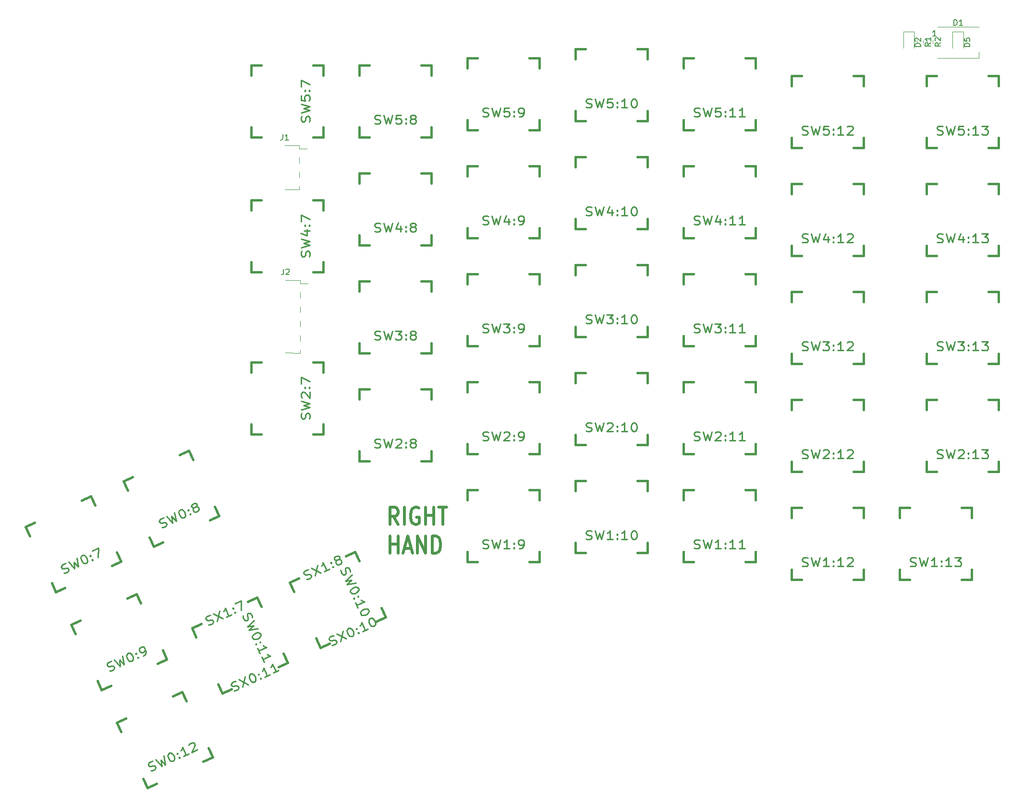
<source format=gbr>
%TF.GenerationSoftware,KiCad,Pcbnew,5.1.9*%
%TF.CreationDate,2021-04-18T19:33:57+02:00*%
%TF.ProjectId,protoMxCog,70726f74-6f4d-4784-936f-672e6b696361,rev?*%
%TF.SameCoordinates,Original*%
%TF.FileFunction,Legend,Top*%
%TF.FilePolarity,Positive*%
%FSLAX46Y46*%
G04 Gerber Fmt 4.6, Leading zero omitted, Abs format (unit mm)*
G04 Created by KiCad (PCBNEW 5.1.9) date 2021-04-18 19:33:57*
%MOMM*%
%LPD*%
G01*
G04 APERTURE LIST*
%ADD10C,0.508000*%
%ADD11C,0.120000*%
%ADD12C,0.381000*%
%ADD13C,0.150000*%
%ADD14C,0.254000*%
G04 APERTURE END LIST*
D10*
X91946390Y-139803857D02*
X91099723Y-138352428D01*
X90494961Y-139803857D02*
X90494961Y-136755857D01*
X91462580Y-136755857D01*
X91704485Y-136901000D01*
X91825438Y-137046142D01*
X91946390Y-137336428D01*
X91946390Y-137771857D01*
X91825438Y-138062142D01*
X91704485Y-138207285D01*
X91462580Y-138352428D01*
X90494961Y-138352428D01*
X93034961Y-139803857D02*
X93034961Y-136755857D01*
X95574961Y-136901000D02*
X95333057Y-136755857D01*
X94970200Y-136755857D01*
X94607342Y-136901000D01*
X94365438Y-137191285D01*
X94244485Y-137481571D01*
X94123533Y-138062142D01*
X94123533Y-138497571D01*
X94244485Y-139078142D01*
X94365438Y-139368428D01*
X94607342Y-139658714D01*
X94970200Y-139803857D01*
X95212104Y-139803857D01*
X95574961Y-139658714D01*
X95695914Y-139513571D01*
X95695914Y-138497571D01*
X95212104Y-138497571D01*
X96784485Y-139803857D02*
X96784485Y-136755857D01*
X96784485Y-138207285D02*
X98235914Y-138207285D01*
X98235914Y-139803857D02*
X98235914Y-136755857D01*
X99082580Y-136755857D02*
X100534009Y-136755857D01*
X99808295Y-139803857D02*
X99808295Y-136755857D01*
X90494961Y-144883857D02*
X90494961Y-141835857D01*
X90494961Y-143287285D02*
X91946390Y-143287285D01*
X91946390Y-144883857D02*
X91946390Y-141835857D01*
X93034961Y-144013000D02*
X94244485Y-144013000D01*
X92793057Y-144883857D02*
X93639723Y-141835857D01*
X94486390Y-144883857D01*
X95333057Y-144883857D02*
X95333057Y-141835857D01*
X96784485Y-144883857D01*
X96784485Y-141835857D01*
X97994009Y-144883857D02*
X97994009Y-141835857D01*
X98598771Y-141835857D01*
X98961628Y-141981000D01*
X99203533Y-142271285D01*
X99324485Y-142561571D01*
X99445438Y-143142142D01*
X99445438Y-143577571D01*
X99324485Y-144158142D01*
X99203533Y-144448428D01*
X98961628Y-144738714D01*
X98598771Y-144883857D01*
X97994009Y-144883857D01*
D11*
%TO.C,J2*%
X72091000Y-96700000D02*
X74691000Y-96700000D01*
X74691000Y-96700000D02*
X74691000Y-97270000D01*
X74691000Y-98790000D02*
X74691000Y-99810000D01*
X74691000Y-101330000D02*
X74691000Y-102350000D01*
X74691000Y-103870000D02*
X74691000Y-104890000D01*
X74691000Y-106410000D02*
X74691000Y-107430000D01*
X74691000Y-108950000D02*
X74691000Y-109520000D01*
X72091000Y-109510000D02*
X74691000Y-109520000D01*
X74691000Y-97270000D02*
X76051000Y-97270000D01*
%TO.C,J1*%
X71950000Y-72920000D02*
X74550000Y-72920000D01*
X74550000Y-72920000D02*
X74550000Y-73490000D01*
X74550000Y-75010000D02*
X74550000Y-76030000D01*
X74550000Y-77550000D02*
X74550000Y-78570000D01*
X74550000Y-80090000D02*
X74550000Y-80660000D01*
X71950000Y-80650000D02*
X74550000Y-80660000D01*
X74550000Y-73490000D02*
X75910000Y-73490000D01*
D12*
%TO.C,SW0:11*%
X62578467Y-168804545D02*
X60967052Y-169555960D01*
X72477160Y-164188708D02*
X70865745Y-164940124D01*
X71725745Y-162577293D02*
X72477160Y-164188708D01*
X67109908Y-152678600D02*
X67861324Y-154290015D01*
X65498493Y-153430015D02*
X67109908Y-152678600D01*
X55599800Y-158045852D02*
X57211215Y-157294436D01*
X56351215Y-159657267D02*
X55599800Y-158045852D01*
X60967052Y-169555960D02*
X60215636Y-167944545D01*
%TO.C,SW0:10*%
X79842847Y-160752745D02*
X78231432Y-161504160D01*
X89741540Y-156136908D02*
X88130125Y-156888324D01*
X88990125Y-154525493D02*
X89741540Y-156136908D01*
X84374288Y-144626800D02*
X85125704Y-146238215D01*
X82762873Y-145378215D02*
X84374288Y-144626800D01*
X72864180Y-149994052D02*
X74475595Y-149242636D01*
X73615595Y-151605467D02*
X72864180Y-149994052D01*
X78231432Y-161504160D02*
X77480016Y-159892745D01*
D11*
%TO.C,D1*%
X194300000Y-57500000D02*
X194300000Y-56350000D01*
X187000000Y-57500000D02*
X194300000Y-57500000D01*
X187000000Y-52000000D02*
X194300000Y-52000000D01*
%TO.C,R1*%
X183427500Y-54382776D02*
X183427500Y-54892224D01*
X184472500Y-54382776D02*
X184472500Y-54892224D01*
%TO.C,D2*%
X180990000Y-52865000D02*
X180990000Y-55725000D01*
X182910000Y-52865000D02*
X180990000Y-52865000D01*
X182910000Y-55725000D02*
X182910000Y-52865000D01*
D12*
%TO.C,SW5:13*%
X185102500Y-62433200D02*
X185102500Y-60655200D01*
X185102500Y-73355200D02*
X185102500Y-71577200D01*
X186880500Y-73355200D02*
X185102500Y-73355200D01*
X197802500Y-73355200D02*
X196024500Y-73355200D01*
X197802500Y-71577200D02*
X197802500Y-73355200D01*
X197802500Y-60655200D02*
X197802500Y-62433200D01*
X196024500Y-60655200D02*
X197802500Y-60655200D01*
X185102500Y-60655200D02*
X186880500Y-60655200D01*
%TO.C,SW5:12*%
X161290000Y-62433200D02*
X161290000Y-60655200D01*
X161290000Y-73355200D02*
X161290000Y-71577200D01*
X163068000Y-73355200D02*
X161290000Y-73355200D01*
X173990000Y-73355200D02*
X172212000Y-73355200D01*
X173990000Y-71577200D02*
X173990000Y-73355200D01*
X173990000Y-60655200D02*
X173990000Y-62433200D01*
X172212000Y-60655200D02*
X173990000Y-60655200D01*
X161290000Y-60655200D02*
X163068000Y-60655200D01*
%TO.C,SW5:11*%
X142240000Y-59255660D02*
X142240000Y-57477660D01*
X142240000Y-70177660D02*
X142240000Y-68399660D01*
X144018000Y-70177660D02*
X142240000Y-70177660D01*
X154940000Y-70177660D02*
X153162000Y-70177660D01*
X154940000Y-68399660D02*
X154940000Y-70177660D01*
X154940000Y-57477660D02*
X154940000Y-59255660D01*
X153162000Y-57477660D02*
X154940000Y-57477660D01*
X142240000Y-57477660D02*
X144018000Y-57477660D01*
%TO.C,SW5:10*%
X123190000Y-57658000D02*
X123190000Y-55880000D01*
X123190000Y-68580000D02*
X123190000Y-66802000D01*
X124968000Y-68580000D02*
X123190000Y-68580000D01*
X135890000Y-68580000D02*
X134112000Y-68580000D01*
X135890000Y-66802000D02*
X135890000Y-68580000D01*
X135890000Y-55880000D02*
X135890000Y-57658000D01*
X134112000Y-55880000D02*
X135890000Y-55880000D01*
X123190000Y-55880000D02*
X124968000Y-55880000D01*
%TO.C,SW5:9*%
X104140000Y-59255660D02*
X104140000Y-57477660D01*
X104140000Y-70177660D02*
X104140000Y-68399660D01*
X105918000Y-70177660D02*
X104140000Y-70177660D01*
X116840000Y-70177660D02*
X115062000Y-70177660D01*
X116840000Y-68399660D02*
X116840000Y-70177660D01*
X116840000Y-57477660D02*
X116840000Y-59255660D01*
X115062000Y-57477660D02*
X116840000Y-57477660D01*
X104140000Y-57477660D02*
X105918000Y-57477660D01*
%TO.C,SW5:8*%
X85090000Y-60528200D02*
X85090000Y-58750200D01*
X85090000Y-71450200D02*
X85090000Y-69672200D01*
X86868000Y-71450200D02*
X85090000Y-71450200D01*
X97790000Y-71450200D02*
X96012000Y-71450200D01*
X97790000Y-69672200D02*
X97790000Y-71450200D01*
X97790000Y-58750200D02*
X97790000Y-60528200D01*
X96012000Y-58750200D02*
X97790000Y-58750200D01*
X85090000Y-58750200D02*
X86868000Y-58750200D01*
%TO.C,SW5:7*%
X67818000Y-71450200D02*
X66040000Y-71450200D01*
X78740000Y-71450200D02*
X76962000Y-71450200D01*
X78740000Y-69672200D02*
X78740000Y-71450200D01*
X78740000Y-58750200D02*
X78740000Y-60528200D01*
X76962000Y-58750200D02*
X78740000Y-58750200D01*
X66040000Y-58750200D02*
X67818000Y-58750200D01*
X66040000Y-60528200D02*
X66040000Y-58750200D01*
X66040000Y-71450200D02*
X66040000Y-69672200D01*
%TO.C,SW4:13*%
X185102500Y-81480660D02*
X185102500Y-79702660D01*
X185102500Y-92402660D02*
X185102500Y-90624660D01*
X186880500Y-92402660D02*
X185102500Y-92402660D01*
X197802500Y-92402660D02*
X196024500Y-92402660D01*
X197802500Y-90624660D02*
X197802500Y-92402660D01*
X197802500Y-79702660D02*
X197802500Y-81480660D01*
X196024500Y-79702660D02*
X197802500Y-79702660D01*
X185102500Y-79702660D02*
X186880500Y-79702660D01*
%TO.C,SW4:12*%
X161290000Y-81480660D02*
X161290000Y-79702660D01*
X161290000Y-92402660D02*
X161290000Y-90624660D01*
X163068000Y-92402660D02*
X161290000Y-92402660D01*
X173990000Y-92402660D02*
X172212000Y-92402660D01*
X173990000Y-90624660D02*
X173990000Y-92402660D01*
X173990000Y-79702660D02*
X173990000Y-81480660D01*
X172212000Y-79702660D02*
X173990000Y-79702660D01*
X161290000Y-79702660D02*
X163068000Y-79702660D01*
%TO.C,SW4:11*%
X142240000Y-78305660D02*
X142240000Y-76527660D01*
X142240000Y-89227660D02*
X142240000Y-87449660D01*
X144018000Y-89227660D02*
X142240000Y-89227660D01*
X154940000Y-89227660D02*
X153162000Y-89227660D01*
X154940000Y-87449660D02*
X154940000Y-89227660D01*
X154940000Y-76527660D02*
X154940000Y-78305660D01*
X153162000Y-76527660D02*
X154940000Y-76527660D01*
X142240000Y-76527660D02*
X144018000Y-76527660D01*
%TO.C,SW4:10*%
X123190000Y-76708000D02*
X123190000Y-74930000D01*
X123190000Y-87630000D02*
X123190000Y-85852000D01*
X124968000Y-87630000D02*
X123190000Y-87630000D01*
X135890000Y-87630000D02*
X134112000Y-87630000D01*
X135890000Y-85852000D02*
X135890000Y-87630000D01*
X135890000Y-74930000D02*
X135890000Y-76708000D01*
X134112000Y-74930000D02*
X135890000Y-74930000D01*
X123190000Y-74930000D02*
X124968000Y-74930000D01*
%TO.C,SW4:9*%
X104140000Y-78305660D02*
X104140000Y-76527660D01*
X104140000Y-89227660D02*
X104140000Y-87449660D01*
X105918000Y-89227660D02*
X104140000Y-89227660D01*
X116840000Y-89227660D02*
X115062000Y-89227660D01*
X116840000Y-87449660D02*
X116840000Y-89227660D01*
X116840000Y-76527660D02*
X116840000Y-78305660D01*
X115062000Y-76527660D02*
X116840000Y-76527660D01*
X104140000Y-76527660D02*
X105918000Y-76527660D01*
%TO.C,SW4:8*%
X85090000Y-79575660D02*
X85090000Y-77797660D01*
X85090000Y-90497660D02*
X85090000Y-88719660D01*
X86868000Y-90497660D02*
X85090000Y-90497660D01*
X97790000Y-90497660D02*
X96012000Y-90497660D01*
X97790000Y-88719660D02*
X97790000Y-90497660D01*
X97790000Y-77797660D02*
X97790000Y-79575660D01*
X96012000Y-77797660D02*
X97790000Y-77797660D01*
X85090000Y-77797660D02*
X86868000Y-77797660D01*
%TO.C,SW4:7*%
X67818000Y-95260160D02*
X66040000Y-95260160D01*
X78740000Y-95260160D02*
X76962000Y-95260160D01*
X78740000Y-93482160D02*
X78740000Y-95260160D01*
X78740000Y-82560160D02*
X78740000Y-84338160D01*
X76962000Y-82560160D02*
X78740000Y-82560160D01*
X66040000Y-82560160D02*
X67818000Y-82560160D01*
X66040000Y-84338160D02*
X66040000Y-82560160D01*
X66040000Y-95260160D02*
X66040000Y-93482160D01*
%TO.C,SW3:13*%
X185102500Y-100530660D02*
X185102500Y-98752660D01*
X185102500Y-111452660D02*
X185102500Y-109674660D01*
X186880500Y-111452660D02*
X185102500Y-111452660D01*
X197802500Y-111452660D02*
X196024500Y-111452660D01*
X197802500Y-109674660D02*
X197802500Y-111452660D01*
X197802500Y-98752660D02*
X197802500Y-100530660D01*
X196024500Y-98752660D02*
X197802500Y-98752660D01*
X185102500Y-98752660D02*
X186880500Y-98752660D01*
%TO.C,SW3:12*%
X161290000Y-100530660D02*
X161290000Y-98752660D01*
X161290000Y-111452660D02*
X161290000Y-109674660D01*
X163068000Y-111452660D02*
X161290000Y-111452660D01*
X173990000Y-111452660D02*
X172212000Y-111452660D01*
X173990000Y-109674660D02*
X173990000Y-111452660D01*
X173990000Y-98752660D02*
X173990000Y-100530660D01*
X172212000Y-98752660D02*
X173990000Y-98752660D01*
X161290000Y-98752660D02*
X163068000Y-98752660D01*
%TO.C,SW3:11*%
X142240000Y-97355660D02*
X142240000Y-95577660D01*
X142240000Y-108277660D02*
X142240000Y-106499660D01*
X144018000Y-108277660D02*
X142240000Y-108277660D01*
X154940000Y-108277660D02*
X153162000Y-108277660D01*
X154940000Y-106499660D02*
X154940000Y-108277660D01*
X154940000Y-95577660D02*
X154940000Y-97355660D01*
X153162000Y-95577660D02*
X154940000Y-95577660D01*
X142240000Y-95577660D02*
X144018000Y-95577660D01*
%TO.C,SW3:10*%
X123190000Y-95758000D02*
X123190000Y-93980000D01*
X123190000Y-106680000D02*
X123190000Y-104902000D01*
X124968000Y-106680000D02*
X123190000Y-106680000D01*
X135890000Y-106680000D02*
X134112000Y-106680000D01*
X135890000Y-104902000D02*
X135890000Y-106680000D01*
X135890000Y-93980000D02*
X135890000Y-95758000D01*
X134112000Y-93980000D02*
X135890000Y-93980000D01*
X123190000Y-93980000D02*
X124968000Y-93980000D01*
%TO.C,SW3:9*%
X104140000Y-97355660D02*
X104140000Y-95577660D01*
X104140000Y-108277660D02*
X104140000Y-106499660D01*
X105918000Y-108277660D02*
X104140000Y-108277660D01*
X116840000Y-108277660D02*
X115062000Y-108277660D01*
X116840000Y-106499660D02*
X116840000Y-108277660D01*
X116840000Y-95577660D02*
X116840000Y-97355660D01*
X115062000Y-95577660D02*
X116840000Y-95577660D01*
X104140000Y-95577660D02*
X105918000Y-95577660D01*
%TO.C,SW3:8*%
X85090000Y-98625660D02*
X85090000Y-96847660D01*
X85090000Y-109547660D02*
X85090000Y-107769660D01*
X86868000Y-109547660D02*
X85090000Y-109547660D01*
X97790000Y-109547660D02*
X96012000Y-109547660D01*
X97790000Y-107769660D02*
X97790000Y-109547660D01*
X97790000Y-96847660D02*
X97790000Y-98625660D01*
X96012000Y-96847660D02*
X97790000Y-96847660D01*
X85090000Y-96847660D02*
X86868000Y-96847660D01*
%TO.C,SW2:13*%
X185102500Y-119580660D02*
X185102500Y-117802660D01*
X185102500Y-130502660D02*
X185102500Y-128724660D01*
X186880500Y-130502660D02*
X185102500Y-130502660D01*
X197802500Y-130502660D02*
X196024500Y-130502660D01*
X197802500Y-128724660D02*
X197802500Y-130502660D01*
X197802500Y-117802660D02*
X197802500Y-119580660D01*
X196024500Y-117802660D02*
X197802500Y-117802660D01*
X185102500Y-117802660D02*
X186880500Y-117802660D01*
%TO.C,SW2:12*%
X161290000Y-119580660D02*
X161290000Y-117802660D01*
X161290000Y-130502660D02*
X161290000Y-128724660D01*
X163068000Y-130502660D02*
X161290000Y-130502660D01*
X173990000Y-130502660D02*
X172212000Y-130502660D01*
X173990000Y-128724660D02*
X173990000Y-130502660D01*
X173990000Y-117802660D02*
X173990000Y-119580660D01*
X172212000Y-117802660D02*
X173990000Y-117802660D01*
X161290000Y-117802660D02*
X163068000Y-117802660D01*
%TO.C,SW2:11*%
X142240000Y-116405660D02*
X142240000Y-114627660D01*
X142240000Y-127327660D02*
X142240000Y-125549660D01*
X144018000Y-127327660D02*
X142240000Y-127327660D01*
X154940000Y-127327660D02*
X153162000Y-127327660D01*
X154940000Y-125549660D02*
X154940000Y-127327660D01*
X154940000Y-114627660D02*
X154940000Y-116405660D01*
X153162000Y-114627660D02*
X154940000Y-114627660D01*
X142240000Y-114627660D02*
X144018000Y-114627660D01*
%TO.C,SW2:10*%
X123190000Y-114808000D02*
X123190000Y-113030000D01*
X123190000Y-125730000D02*
X123190000Y-123952000D01*
X124968000Y-125730000D02*
X123190000Y-125730000D01*
X135890000Y-125730000D02*
X134112000Y-125730000D01*
X135890000Y-123952000D02*
X135890000Y-125730000D01*
X135890000Y-113030000D02*
X135890000Y-114808000D01*
X134112000Y-113030000D02*
X135890000Y-113030000D01*
X123190000Y-113030000D02*
X124968000Y-113030000D01*
%TO.C,SW2:9*%
X104140000Y-116405660D02*
X104140000Y-114627660D01*
X104140000Y-127327660D02*
X104140000Y-125549660D01*
X105918000Y-127327660D02*
X104140000Y-127327660D01*
X116840000Y-127327660D02*
X115062000Y-127327660D01*
X116840000Y-125549660D02*
X116840000Y-127327660D01*
X116840000Y-114627660D02*
X116840000Y-116405660D01*
X115062000Y-114627660D02*
X116840000Y-114627660D01*
X104140000Y-114627660D02*
X105918000Y-114627660D01*
%TO.C,SW2:8*%
X85090000Y-117675660D02*
X85090000Y-115897660D01*
X85090000Y-128597660D02*
X85090000Y-126819660D01*
X86868000Y-128597660D02*
X85090000Y-128597660D01*
X97790000Y-128597660D02*
X96012000Y-128597660D01*
X97790000Y-126819660D02*
X97790000Y-128597660D01*
X97790000Y-115897660D02*
X97790000Y-117675660D01*
X96012000Y-115897660D02*
X97790000Y-115897660D01*
X85090000Y-115897660D02*
X86868000Y-115897660D01*
%TO.C,SW2:7*%
X67818000Y-123835160D02*
X66040000Y-123835160D01*
X78740000Y-123835160D02*
X76962000Y-123835160D01*
X78740000Y-122057160D02*
X78740000Y-123835160D01*
X78740000Y-111135160D02*
X78740000Y-112913160D01*
X76962000Y-111135160D02*
X78740000Y-111135160D01*
X66040000Y-111135160D02*
X67818000Y-111135160D01*
X66040000Y-112913160D02*
X66040000Y-111135160D01*
X66040000Y-123835160D02*
X66040000Y-122057160D01*
%TO.C,SW1:13*%
X180340000Y-138630660D02*
X180340000Y-136852660D01*
X180340000Y-149552660D02*
X180340000Y-147774660D01*
X182118000Y-149552660D02*
X180340000Y-149552660D01*
X193040000Y-149552660D02*
X191262000Y-149552660D01*
X193040000Y-147774660D02*
X193040000Y-149552660D01*
X193040000Y-136852660D02*
X193040000Y-138630660D01*
X191262000Y-136852660D02*
X193040000Y-136852660D01*
X180340000Y-136852660D02*
X182118000Y-136852660D01*
%TO.C,SW1:12*%
X161290000Y-138630660D02*
X161290000Y-136852660D01*
X161290000Y-149552660D02*
X161290000Y-147774660D01*
X163068000Y-149552660D02*
X161290000Y-149552660D01*
X173990000Y-149552660D02*
X172212000Y-149552660D01*
X173990000Y-147774660D02*
X173990000Y-149552660D01*
X173990000Y-136852660D02*
X173990000Y-138630660D01*
X172212000Y-136852660D02*
X173990000Y-136852660D01*
X161290000Y-136852660D02*
X163068000Y-136852660D01*
%TO.C,SW1:11*%
X142240000Y-135455660D02*
X142240000Y-133677660D01*
X142240000Y-146377660D02*
X142240000Y-144599660D01*
X144018000Y-146377660D02*
X142240000Y-146377660D01*
X154940000Y-146377660D02*
X153162000Y-146377660D01*
X154940000Y-144599660D02*
X154940000Y-146377660D01*
X154940000Y-133677660D02*
X154940000Y-135455660D01*
X153162000Y-133677660D02*
X154940000Y-133677660D01*
X142240000Y-133677660D02*
X144018000Y-133677660D01*
%TO.C,SW1:10*%
X123190000Y-133858000D02*
X123190000Y-132080000D01*
X123190000Y-144780000D02*
X123190000Y-143002000D01*
X124968000Y-144780000D02*
X123190000Y-144780000D01*
X135890000Y-144780000D02*
X134112000Y-144780000D01*
X135890000Y-143002000D02*
X135890000Y-144780000D01*
X135890000Y-132080000D02*
X135890000Y-133858000D01*
X134112000Y-132080000D02*
X135890000Y-132080000D01*
X123190000Y-132080000D02*
X124968000Y-132080000D01*
%TO.C,SW1:9*%
X104140000Y-135455660D02*
X104140000Y-133677660D01*
X104140000Y-146377660D02*
X104140000Y-144599660D01*
X105918000Y-146377660D02*
X104140000Y-146377660D01*
X116840000Y-146377660D02*
X115062000Y-146377660D01*
X116840000Y-144599660D02*
X116840000Y-146377660D01*
X116840000Y-133677660D02*
X116840000Y-135455660D01*
X115062000Y-133677660D02*
X116840000Y-133677660D01*
X104140000Y-133677660D02*
X105918000Y-133677660D01*
%TO.C,SW0:12*%
X43112735Y-176339987D02*
X42361320Y-174728572D01*
X47728572Y-186238680D02*
X46977156Y-184627265D01*
X49339987Y-185487265D02*
X47728572Y-186238680D01*
X59238680Y-180871428D02*
X57627265Y-181622844D01*
X58487265Y-179260013D02*
X59238680Y-180871428D01*
X53871428Y-169361320D02*
X54622844Y-170972735D01*
X52260013Y-170112735D02*
X53871428Y-169361320D01*
X42361320Y-174728572D02*
X43972735Y-173977156D01*
%TO.C,SW0:9*%
X35060935Y-159073067D02*
X34309520Y-157461652D01*
X39676772Y-168971760D02*
X38925356Y-167360345D01*
X41288187Y-168220345D02*
X39676772Y-168971760D01*
X51186880Y-163604508D02*
X49575465Y-164355924D01*
X50435465Y-161993093D02*
X51186880Y-163604508D01*
X45819628Y-152094400D02*
X46571044Y-153705815D01*
X44208213Y-152845815D02*
X45819628Y-152094400D01*
X34309520Y-157461652D02*
X35920935Y-156710236D01*
%TO.C,SW0:8*%
X44276055Y-133759427D02*
X43524640Y-132148012D01*
X48891892Y-143658120D02*
X48140476Y-142046705D01*
X50503307Y-142906705D02*
X48891892Y-143658120D01*
X60402000Y-138290868D02*
X58790585Y-139042284D01*
X59650585Y-136679453D02*
X60402000Y-138290868D01*
X55034748Y-126780760D02*
X55786164Y-128392175D01*
X53423333Y-127532175D02*
X55034748Y-126780760D01*
X43524640Y-132148012D02*
X45136055Y-131396596D01*
%TO.C,SW0:7*%
X27011675Y-141808687D02*
X26260260Y-140197272D01*
X31627512Y-151707380D02*
X30876096Y-150095965D01*
X33238927Y-150955965D02*
X31627512Y-151707380D01*
X43137620Y-146340128D02*
X41526205Y-147091544D01*
X42386205Y-144728713D02*
X43137620Y-146340128D01*
X37770368Y-134830020D02*
X38521784Y-136441435D01*
X36158953Y-135581435D02*
X37770368Y-134830020D01*
X26260260Y-140197272D02*
X27871675Y-139445856D01*
D11*
%TO.C,R2*%
X185177500Y-54382776D02*
X185177500Y-54892224D01*
X186222500Y-54382776D02*
X186222500Y-54892224D01*
%TO.C,D5*%
X189690000Y-52865000D02*
X189690000Y-55725000D01*
X191610000Y-52865000D02*
X189690000Y-52865000D01*
X191610000Y-55725000D02*
X191610000Y-52865000D01*
%TO.C,J2*%
D13*
X71757666Y-94712380D02*
X71757666Y-95426666D01*
X71710047Y-95569523D01*
X71614809Y-95664761D01*
X71471952Y-95712380D01*
X71376714Y-95712380D01*
X72186238Y-94807619D02*
X72233857Y-94760000D01*
X72329095Y-94712380D01*
X72567190Y-94712380D01*
X72662428Y-94760000D01*
X72710047Y-94807619D01*
X72757666Y-94902857D01*
X72757666Y-94998095D01*
X72710047Y-95140952D01*
X72138619Y-95712380D01*
X72757666Y-95712380D01*
%TO.C,J1*%
X71616666Y-70932380D02*
X71616666Y-71646666D01*
X71569047Y-71789523D01*
X71473809Y-71884761D01*
X71330952Y-71932380D01*
X71235714Y-71932380D01*
X72616666Y-71932380D02*
X72045238Y-71932380D01*
X72330952Y-71932380D02*
X72330952Y-70932380D01*
X72235714Y-71075238D01*
X72140476Y-71170476D01*
X72045238Y-71218095D01*
%TO.C,SX0:11*%
D14*
X63016152Y-169139500D02*
X63277024Y-169097927D01*
X63660694Y-168919018D01*
X63783492Y-168781683D01*
X63829556Y-168680129D01*
X63844950Y-168512803D01*
X63783610Y-168381259D01*
X63645536Y-168285497D01*
X63538132Y-168255506D01*
X63353994Y-168261298D01*
X63016388Y-168338652D01*
X62832250Y-168344444D01*
X62724845Y-168314453D01*
X62586771Y-168218691D01*
X62525431Y-168087147D01*
X62540825Y-167919821D01*
X62586889Y-167818267D01*
X62709688Y-167680932D01*
X63093358Y-167502023D01*
X63354230Y-167460450D01*
X63860698Y-167144207D02*
X65579046Y-168024476D01*
X64934975Y-166643263D02*
X64504769Y-168525420D01*
X65855784Y-166213883D02*
X66009252Y-166142320D01*
X66193390Y-166136528D01*
X66300794Y-166166519D01*
X66438868Y-166262281D01*
X66638283Y-166489588D01*
X66791633Y-166818448D01*
X66837579Y-167117318D01*
X66822185Y-167284644D01*
X66776120Y-167386197D01*
X66653322Y-167523533D01*
X66499854Y-167595096D01*
X66315716Y-167600887D01*
X66208312Y-167570897D01*
X66070238Y-167475135D01*
X65870824Y-167247828D01*
X65717474Y-166918968D01*
X65671528Y-166620098D01*
X65686922Y-166452772D01*
X65732986Y-166351218D01*
X65855784Y-166213883D01*
X67666259Y-166891045D02*
X67773663Y-166921035D01*
X67727599Y-167022589D01*
X67620195Y-166992599D01*
X67666259Y-166891045D01*
X67727599Y-167022589D01*
X67328889Y-166167553D02*
X67436293Y-166197543D01*
X67390229Y-166299097D01*
X67282825Y-166269106D01*
X67328889Y-166167553D01*
X67390229Y-166299097D01*
X69339014Y-166271174D02*
X68418206Y-166700554D01*
X68878610Y-166485864D02*
X68234540Y-165104651D01*
X68173082Y-165373530D01*
X68080954Y-165576638D01*
X67958156Y-165713973D01*
X70873696Y-165555540D02*
X69952887Y-165984920D01*
X70413291Y-165770230D02*
X69769221Y-164389017D01*
X69707763Y-164657897D01*
X69615635Y-164861004D01*
X69492837Y-164998340D01*
%TO.C,SX0:10*%
X80283072Y-161090240D02*
X80543944Y-161048667D01*
X80927614Y-160869758D01*
X81050412Y-160732423D01*
X81096476Y-160630869D01*
X81111870Y-160463543D01*
X81050530Y-160331999D01*
X80912456Y-160236237D01*
X80805052Y-160206246D01*
X80620914Y-160212038D01*
X80283308Y-160289392D01*
X80099170Y-160295184D01*
X79991765Y-160265193D01*
X79853691Y-160169431D01*
X79792351Y-160037887D01*
X79807745Y-159870561D01*
X79853809Y-159769007D01*
X79976608Y-159631672D01*
X80360278Y-159452763D01*
X80621150Y-159411190D01*
X81127618Y-159094947D02*
X82845966Y-159975216D01*
X82201895Y-158594003D02*
X81771689Y-160476160D01*
X83122704Y-158164623D02*
X83276172Y-158093060D01*
X83460310Y-158087268D01*
X83567714Y-158117259D01*
X83705788Y-158213021D01*
X83905203Y-158440328D01*
X84058553Y-158769188D01*
X84104499Y-159068058D01*
X84089105Y-159235384D01*
X84043040Y-159336937D01*
X83920242Y-159474273D01*
X83766774Y-159545836D01*
X83582636Y-159551627D01*
X83475232Y-159521637D01*
X83337158Y-159425875D01*
X83137744Y-159198568D01*
X82984394Y-158869708D01*
X82938448Y-158570838D01*
X82953842Y-158403512D01*
X82999906Y-158301958D01*
X83122704Y-158164623D01*
X84933179Y-158841785D02*
X85040583Y-158871775D01*
X84994519Y-158973329D01*
X84887115Y-158943339D01*
X84933179Y-158841785D01*
X84994519Y-158973329D01*
X84595809Y-158118293D02*
X84703213Y-158148283D01*
X84657149Y-158249837D01*
X84549745Y-158219846D01*
X84595809Y-158118293D01*
X84657149Y-158249837D01*
X86605934Y-158221914D02*
X85685126Y-158651294D01*
X86145530Y-158436604D02*
X85501460Y-157055391D01*
X85440002Y-157324270D01*
X85347874Y-157527378D01*
X85225076Y-157664713D01*
X86959407Y-156375539D02*
X87112875Y-156303976D01*
X87297013Y-156298184D01*
X87404417Y-156328175D01*
X87542491Y-156423937D01*
X87741905Y-156651244D01*
X87895256Y-156980104D01*
X87941202Y-157278974D01*
X87925807Y-157446300D01*
X87879743Y-157547853D01*
X87756945Y-157685189D01*
X87603477Y-157756752D01*
X87419339Y-157762543D01*
X87311935Y-157732553D01*
X87173861Y-157636791D01*
X86974447Y-157409484D01*
X86821097Y-157080624D01*
X86775151Y-156781754D01*
X86790545Y-156614428D01*
X86836609Y-156512874D01*
X86959407Y-156375539D01*
%TO.C,SX1:8*%
X75789584Y-149450759D02*
X76050456Y-149409186D01*
X76434127Y-149230277D01*
X76556925Y-149092942D01*
X76602989Y-148991388D01*
X76618383Y-148824062D01*
X76557043Y-148692518D01*
X76418969Y-148596756D01*
X76311565Y-148566766D01*
X76127427Y-148572557D01*
X75789820Y-148649912D01*
X75605682Y-148655703D01*
X75498278Y-148625713D01*
X75360204Y-148529950D01*
X75298864Y-148398406D01*
X75314258Y-148231080D01*
X75360322Y-148129526D01*
X75483120Y-147992191D01*
X75866790Y-147813283D01*
X76127663Y-147771710D01*
X76634131Y-147455466D02*
X78352478Y-148335735D01*
X77708408Y-146954522D02*
X77278201Y-148836679D01*
X79810425Y-147655884D02*
X78889617Y-148085264D01*
X79350021Y-147870574D02*
X78705951Y-146489361D01*
X78644493Y-146758240D01*
X78552364Y-146961347D01*
X78429566Y-147098683D01*
X80439692Y-147202304D02*
X80547096Y-147232295D01*
X80501032Y-147333848D01*
X80393628Y-147303858D01*
X80439692Y-147202304D01*
X80501032Y-147333848D01*
X80102322Y-146478812D02*
X80209726Y-146508802D01*
X80163662Y-146610356D01*
X80056258Y-146580365D01*
X80102322Y-146478812D01*
X80163662Y-146610356D01*
X81130534Y-146079422D02*
X80946396Y-146085213D01*
X80838992Y-146055223D01*
X80700918Y-145959460D01*
X80670248Y-145893688D01*
X80685642Y-145726363D01*
X80731706Y-145624809D01*
X80854504Y-145487473D01*
X81161441Y-145344347D01*
X81345579Y-145338555D01*
X81452983Y-145368546D01*
X81591057Y-145464308D01*
X81621727Y-145530080D01*
X81606333Y-145697406D01*
X81560269Y-145798960D01*
X81437471Y-145936295D01*
X81130534Y-146079422D01*
X81007736Y-146216757D01*
X80961672Y-146318311D01*
X80946278Y-146485637D01*
X81068958Y-146748725D01*
X81207032Y-146844487D01*
X81314436Y-146874478D01*
X81498575Y-146868687D01*
X81805511Y-146725560D01*
X81928309Y-146588224D01*
X81974373Y-146486671D01*
X81989767Y-146319345D01*
X81867087Y-146056257D01*
X81729013Y-145960494D01*
X81621609Y-145930504D01*
X81437471Y-145936295D01*
%TO.C,SX1:7*%
X58525204Y-157502559D02*
X58786076Y-157460986D01*
X59169747Y-157282077D01*
X59292545Y-157144742D01*
X59338609Y-157043188D01*
X59354003Y-156875862D01*
X59292663Y-156744318D01*
X59154589Y-156648556D01*
X59047185Y-156618566D01*
X58863047Y-156624357D01*
X58525440Y-156701712D01*
X58341302Y-156707503D01*
X58233898Y-156677513D01*
X58095824Y-156581750D01*
X58034484Y-156450206D01*
X58049878Y-156282880D01*
X58095942Y-156181326D01*
X58218740Y-156043991D01*
X58602410Y-155865083D01*
X58863283Y-155823510D01*
X59369751Y-155507266D02*
X61088098Y-156387535D01*
X60444028Y-155006322D02*
X60013821Y-156888479D01*
X62546045Y-155707684D02*
X61625237Y-156137064D01*
X62085641Y-155922374D02*
X61441571Y-154541161D01*
X61380113Y-154810040D01*
X61287984Y-155013147D01*
X61165186Y-155150483D01*
X63175312Y-155254104D02*
X63282716Y-155284095D01*
X63236652Y-155385648D01*
X63129248Y-155355658D01*
X63175312Y-155254104D01*
X63236652Y-155385648D01*
X62837942Y-154530612D02*
X62945346Y-154560602D01*
X62899282Y-154662156D01*
X62791878Y-154632165D01*
X62837942Y-154530612D01*
X62899282Y-154662156D01*
X63206454Y-153718182D02*
X64280731Y-153217238D01*
X64234195Y-154920487D01*
%TO.C,SW0:11*%
X64575616Y-155915583D02*
X64617189Y-156176456D01*
X64796097Y-156560126D01*
X64933433Y-156682924D01*
X65034987Y-156728988D01*
X65202312Y-156744382D01*
X65333856Y-156683042D01*
X65429619Y-156544968D01*
X65459609Y-156437564D01*
X65453818Y-156253426D01*
X65376463Y-155915820D01*
X65370672Y-155731681D01*
X65400662Y-155624277D01*
X65496425Y-155486203D01*
X65627969Y-155424863D01*
X65795295Y-155440257D01*
X65896848Y-155486321D01*
X66034184Y-155609119D01*
X66213092Y-155992790D01*
X66254665Y-156253662D01*
X66570909Y-156760130D02*
X65368604Y-157787871D01*
X66498312Y-157634757D01*
X65654858Y-158401743D01*
X67214979Y-158141343D01*
X67644359Y-159062152D02*
X67715923Y-159215620D01*
X67721714Y-159399758D01*
X67691724Y-159507162D01*
X67595961Y-159645237D01*
X67368655Y-159844651D01*
X67039794Y-159998001D01*
X66740925Y-160043947D01*
X66573599Y-160028553D01*
X66472045Y-159982489D01*
X66334710Y-159859690D01*
X66263146Y-159706222D01*
X66257355Y-159522084D01*
X66287345Y-159414680D01*
X66383108Y-159276606D01*
X66610414Y-159077192D01*
X66939275Y-158923842D01*
X67238144Y-158877896D01*
X67405470Y-158893290D01*
X67507024Y-158939354D01*
X67644359Y-159062152D01*
X66967197Y-160872627D02*
X66937207Y-160980031D01*
X66835653Y-160933967D01*
X66865644Y-160826563D01*
X66967197Y-160872627D01*
X66835653Y-160933967D01*
X67690690Y-160535257D02*
X67660699Y-160642661D01*
X67559146Y-160596597D01*
X67589136Y-160489193D01*
X67690690Y-160535257D01*
X67559146Y-160596597D01*
X67587068Y-162545383D02*
X67157688Y-161624574D01*
X67372378Y-162084978D02*
X68753591Y-161440908D01*
X68484712Y-161379450D01*
X68281604Y-161287322D01*
X68144269Y-161164524D01*
X68302702Y-164080064D02*
X67873322Y-163159255D01*
X68088012Y-163619659D02*
X69469225Y-162975589D01*
X69200346Y-162914131D01*
X68997238Y-162822003D01*
X68859903Y-162699205D01*
%TO.C,SW0:10*%
X81839996Y-147863783D02*
X81881569Y-148124656D01*
X82060477Y-148508326D01*
X82197813Y-148631124D01*
X82299367Y-148677188D01*
X82466692Y-148692582D01*
X82598236Y-148631242D01*
X82693999Y-148493168D01*
X82723989Y-148385764D01*
X82718198Y-148201626D01*
X82640843Y-147864020D01*
X82635052Y-147679881D01*
X82665042Y-147572477D01*
X82760805Y-147434403D01*
X82892349Y-147373063D01*
X83059675Y-147388457D01*
X83161228Y-147434521D01*
X83298564Y-147557319D01*
X83477472Y-147940990D01*
X83519045Y-148201862D01*
X83835289Y-148708330D02*
X82632984Y-149736071D01*
X83762692Y-149582957D01*
X82919238Y-150349943D01*
X84479359Y-150089543D01*
X84908739Y-151010352D02*
X84980303Y-151163820D01*
X84986094Y-151347958D01*
X84956104Y-151455362D01*
X84860341Y-151593437D01*
X84633035Y-151792851D01*
X84304174Y-151946201D01*
X84005305Y-151992147D01*
X83837979Y-151976753D01*
X83736425Y-151930689D01*
X83599090Y-151807890D01*
X83527526Y-151654422D01*
X83521735Y-151470284D01*
X83551725Y-151362880D01*
X83647488Y-151224806D01*
X83874794Y-151025392D01*
X84203655Y-150872042D01*
X84502524Y-150826096D01*
X84669850Y-150841490D01*
X84771404Y-150887554D01*
X84908739Y-151010352D01*
X84231577Y-152820827D02*
X84201587Y-152928231D01*
X84100033Y-152882167D01*
X84130024Y-152774763D01*
X84231577Y-152820827D01*
X84100033Y-152882167D01*
X84955070Y-152483457D02*
X84925079Y-152590861D01*
X84823526Y-152544797D01*
X84853516Y-152437393D01*
X84955070Y-152483457D01*
X84823526Y-152544797D01*
X84851448Y-154493583D02*
X84422068Y-153572774D01*
X84636758Y-154033178D02*
X86017971Y-153389108D01*
X85749092Y-153327650D01*
X85545984Y-153235522D01*
X85408649Y-153112724D01*
X86697823Y-154847055D02*
X86769387Y-155000523D01*
X86775178Y-155184661D01*
X86745188Y-155292065D01*
X86649425Y-155430140D01*
X86422119Y-155629554D01*
X86093258Y-155782904D01*
X85794389Y-155828850D01*
X85627063Y-155813456D01*
X85525509Y-155767392D01*
X85388174Y-155644593D01*
X85316610Y-155491125D01*
X85310819Y-155306987D01*
X85340809Y-155199583D01*
X85436572Y-155061509D01*
X85663878Y-154862095D01*
X85992739Y-154708745D01*
X86291608Y-154662799D01*
X86458934Y-154678193D01*
X86560488Y-154724257D01*
X86697823Y-154847055D01*
%TO.C,D1*%
D13*
X189911904Y-51702380D02*
X189911904Y-50702380D01*
X190150000Y-50702380D01*
X190292857Y-50750000D01*
X190388095Y-50845238D01*
X190435714Y-50940476D01*
X190483333Y-51130952D01*
X190483333Y-51273809D01*
X190435714Y-51464285D01*
X190388095Y-51559523D01*
X190292857Y-51654761D01*
X190150000Y-51702380D01*
X189911904Y-51702380D01*
X191435714Y-51702380D02*
X190864285Y-51702380D01*
X191150000Y-51702380D02*
X191150000Y-50702380D01*
X191054761Y-50845238D01*
X190959523Y-50940476D01*
X190864285Y-50988095D01*
X186785714Y-53602380D02*
X186214285Y-53602380D01*
X186500000Y-53602380D02*
X186500000Y-52602380D01*
X186404761Y-52745238D01*
X186309523Y-52840476D01*
X186214285Y-52888095D01*
%TO.C,R1*%
X185832380Y-54804166D02*
X185356190Y-55137500D01*
X185832380Y-55375595D02*
X184832380Y-55375595D01*
X184832380Y-54994642D01*
X184880000Y-54899404D01*
X184927619Y-54851785D01*
X185022857Y-54804166D01*
X185165714Y-54804166D01*
X185260952Y-54851785D01*
X185308571Y-54899404D01*
X185356190Y-54994642D01*
X185356190Y-55375595D01*
X185832380Y-53851785D02*
X185832380Y-54423214D01*
X185832380Y-54137500D02*
X184832380Y-54137500D01*
X184975238Y-54232738D01*
X185070476Y-54327976D01*
X185118095Y-54423214D01*
%TO.C,D2*%
X184052380Y-55463095D02*
X183052380Y-55463095D01*
X183052380Y-55225000D01*
X183100000Y-55082142D01*
X183195238Y-54986904D01*
X183290476Y-54939285D01*
X183480952Y-54891666D01*
X183623809Y-54891666D01*
X183814285Y-54939285D01*
X183909523Y-54986904D01*
X184004761Y-55082142D01*
X184052380Y-55225000D01*
X184052380Y-55463095D01*
X183147619Y-54510714D02*
X183100000Y-54463095D01*
X183052380Y-54367857D01*
X183052380Y-54129761D01*
X183100000Y-54034523D01*
X183147619Y-53986904D01*
X183242857Y-53939285D01*
X183338095Y-53939285D01*
X183480952Y-53986904D01*
X184052380Y-54558333D01*
X184052380Y-53939285D01*
%TO.C,SW5:13*%
D14*
X186965166Y-70924057D02*
X187219166Y-70996628D01*
X187642500Y-70996628D01*
X187811833Y-70924057D01*
X187896500Y-70851485D01*
X187981166Y-70706342D01*
X187981166Y-70561200D01*
X187896500Y-70416057D01*
X187811833Y-70343485D01*
X187642500Y-70270914D01*
X187303833Y-70198342D01*
X187134500Y-70125771D01*
X187049833Y-70053200D01*
X186965166Y-69908057D01*
X186965166Y-69762914D01*
X187049833Y-69617771D01*
X187134500Y-69545200D01*
X187303833Y-69472628D01*
X187727166Y-69472628D01*
X187981166Y-69545200D01*
X188573833Y-69472628D02*
X188997166Y-70996628D01*
X189335833Y-69908057D01*
X189674500Y-70996628D01*
X190097833Y-69472628D01*
X191621833Y-69472628D02*
X190775166Y-69472628D01*
X190690500Y-70198342D01*
X190775166Y-70125771D01*
X190944500Y-70053200D01*
X191367833Y-70053200D01*
X191537166Y-70125771D01*
X191621833Y-70198342D01*
X191706500Y-70343485D01*
X191706500Y-70706342D01*
X191621833Y-70851485D01*
X191537166Y-70924057D01*
X191367833Y-70996628D01*
X190944500Y-70996628D01*
X190775166Y-70924057D01*
X190690500Y-70851485D01*
X192468500Y-70851485D02*
X192553166Y-70924057D01*
X192468500Y-70996628D01*
X192383833Y-70924057D01*
X192468500Y-70851485D01*
X192468500Y-70996628D01*
X192468500Y-70053200D02*
X192553166Y-70125771D01*
X192468500Y-70198342D01*
X192383833Y-70125771D01*
X192468500Y-70053200D01*
X192468500Y-70198342D01*
X194246500Y-70996628D02*
X193230500Y-70996628D01*
X193738500Y-70996628D02*
X193738500Y-69472628D01*
X193569166Y-69690342D01*
X193399833Y-69835485D01*
X193230500Y-69908057D01*
X194839166Y-69472628D02*
X195939833Y-69472628D01*
X195347166Y-70053200D01*
X195601166Y-70053200D01*
X195770500Y-70125771D01*
X195855166Y-70198342D01*
X195939833Y-70343485D01*
X195939833Y-70706342D01*
X195855166Y-70851485D01*
X195770500Y-70924057D01*
X195601166Y-70996628D01*
X195093166Y-70996628D01*
X194923833Y-70924057D01*
X194839166Y-70851485D01*
%TO.C,SW5:12*%
X163152666Y-70924057D02*
X163406666Y-70996628D01*
X163830000Y-70996628D01*
X163999333Y-70924057D01*
X164084000Y-70851485D01*
X164168666Y-70706342D01*
X164168666Y-70561200D01*
X164084000Y-70416057D01*
X163999333Y-70343485D01*
X163830000Y-70270914D01*
X163491333Y-70198342D01*
X163322000Y-70125771D01*
X163237333Y-70053200D01*
X163152666Y-69908057D01*
X163152666Y-69762914D01*
X163237333Y-69617771D01*
X163322000Y-69545200D01*
X163491333Y-69472628D01*
X163914666Y-69472628D01*
X164168666Y-69545200D01*
X164761333Y-69472628D02*
X165184666Y-70996628D01*
X165523333Y-69908057D01*
X165862000Y-70996628D01*
X166285333Y-69472628D01*
X167809333Y-69472628D02*
X166962666Y-69472628D01*
X166878000Y-70198342D01*
X166962666Y-70125771D01*
X167132000Y-70053200D01*
X167555333Y-70053200D01*
X167724666Y-70125771D01*
X167809333Y-70198342D01*
X167894000Y-70343485D01*
X167894000Y-70706342D01*
X167809333Y-70851485D01*
X167724666Y-70924057D01*
X167555333Y-70996628D01*
X167132000Y-70996628D01*
X166962666Y-70924057D01*
X166878000Y-70851485D01*
X168656000Y-70851485D02*
X168740666Y-70924057D01*
X168656000Y-70996628D01*
X168571333Y-70924057D01*
X168656000Y-70851485D01*
X168656000Y-70996628D01*
X168656000Y-70053200D02*
X168740666Y-70125771D01*
X168656000Y-70198342D01*
X168571333Y-70125771D01*
X168656000Y-70053200D01*
X168656000Y-70198342D01*
X170434000Y-70996628D02*
X169418000Y-70996628D01*
X169926000Y-70996628D02*
X169926000Y-69472628D01*
X169756666Y-69690342D01*
X169587333Y-69835485D01*
X169418000Y-69908057D01*
X171111333Y-69617771D02*
X171196000Y-69545200D01*
X171365333Y-69472628D01*
X171788666Y-69472628D01*
X171958000Y-69545200D01*
X172042666Y-69617771D01*
X172127333Y-69762914D01*
X172127333Y-69908057D01*
X172042666Y-70125771D01*
X171026666Y-70996628D01*
X172127333Y-70996628D01*
%TO.C,SW5:11*%
X144102666Y-67746517D02*
X144356666Y-67819088D01*
X144780000Y-67819088D01*
X144949333Y-67746517D01*
X145034000Y-67673945D01*
X145118666Y-67528802D01*
X145118666Y-67383660D01*
X145034000Y-67238517D01*
X144949333Y-67165945D01*
X144780000Y-67093374D01*
X144441333Y-67020802D01*
X144272000Y-66948231D01*
X144187333Y-66875660D01*
X144102666Y-66730517D01*
X144102666Y-66585374D01*
X144187333Y-66440231D01*
X144272000Y-66367660D01*
X144441333Y-66295088D01*
X144864666Y-66295088D01*
X145118666Y-66367660D01*
X145711333Y-66295088D02*
X146134666Y-67819088D01*
X146473333Y-66730517D01*
X146812000Y-67819088D01*
X147235333Y-66295088D01*
X148759333Y-66295088D02*
X147912666Y-66295088D01*
X147828000Y-67020802D01*
X147912666Y-66948231D01*
X148082000Y-66875660D01*
X148505333Y-66875660D01*
X148674666Y-66948231D01*
X148759333Y-67020802D01*
X148844000Y-67165945D01*
X148844000Y-67528802D01*
X148759333Y-67673945D01*
X148674666Y-67746517D01*
X148505333Y-67819088D01*
X148082000Y-67819088D01*
X147912666Y-67746517D01*
X147828000Y-67673945D01*
X149606000Y-67673945D02*
X149690666Y-67746517D01*
X149606000Y-67819088D01*
X149521333Y-67746517D01*
X149606000Y-67673945D01*
X149606000Y-67819088D01*
X149606000Y-66875660D02*
X149690666Y-66948231D01*
X149606000Y-67020802D01*
X149521333Y-66948231D01*
X149606000Y-66875660D01*
X149606000Y-67020802D01*
X151384000Y-67819088D02*
X150368000Y-67819088D01*
X150876000Y-67819088D02*
X150876000Y-66295088D01*
X150706666Y-66512802D01*
X150537333Y-66657945D01*
X150368000Y-66730517D01*
X153077333Y-67819088D02*
X152061333Y-67819088D01*
X152569333Y-67819088D02*
X152569333Y-66295088D01*
X152400000Y-66512802D01*
X152230666Y-66657945D01*
X152061333Y-66730517D01*
%TO.C,SW5:10*%
X125052666Y-66148857D02*
X125306666Y-66221428D01*
X125730000Y-66221428D01*
X125899333Y-66148857D01*
X125984000Y-66076285D01*
X126068666Y-65931142D01*
X126068666Y-65786000D01*
X125984000Y-65640857D01*
X125899333Y-65568285D01*
X125730000Y-65495714D01*
X125391333Y-65423142D01*
X125222000Y-65350571D01*
X125137333Y-65278000D01*
X125052666Y-65132857D01*
X125052666Y-64987714D01*
X125137333Y-64842571D01*
X125222000Y-64770000D01*
X125391333Y-64697428D01*
X125814666Y-64697428D01*
X126068666Y-64770000D01*
X126661333Y-64697428D02*
X127084666Y-66221428D01*
X127423333Y-65132857D01*
X127762000Y-66221428D01*
X128185333Y-64697428D01*
X129709333Y-64697428D02*
X128862666Y-64697428D01*
X128778000Y-65423142D01*
X128862666Y-65350571D01*
X129032000Y-65278000D01*
X129455333Y-65278000D01*
X129624666Y-65350571D01*
X129709333Y-65423142D01*
X129794000Y-65568285D01*
X129794000Y-65931142D01*
X129709333Y-66076285D01*
X129624666Y-66148857D01*
X129455333Y-66221428D01*
X129032000Y-66221428D01*
X128862666Y-66148857D01*
X128778000Y-66076285D01*
X130556000Y-66076285D02*
X130640666Y-66148857D01*
X130556000Y-66221428D01*
X130471333Y-66148857D01*
X130556000Y-66076285D01*
X130556000Y-66221428D01*
X130556000Y-65278000D02*
X130640666Y-65350571D01*
X130556000Y-65423142D01*
X130471333Y-65350571D01*
X130556000Y-65278000D01*
X130556000Y-65423142D01*
X132334000Y-66221428D02*
X131318000Y-66221428D01*
X131826000Y-66221428D02*
X131826000Y-64697428D01*
X131656666Y-64915142D01*
X131487333Y-65060285D01*
X131318000Y-65132857D01*
X133434666Y-64697428D02*
X133604000Y-64697428D01*
X133773333Y-64770000D01*
X133858000Y-64842571D01*
X133942666Y-64987714D01*
X134027333Y-65278000D01*
X134027333Y-65640857D01*
X133942666Y-65931142D01*
X133858000Y-66076285D01*
X133773333Y-66148857D01*
X133604000Y-66221428D01*
X133434666Y-66221428D01*
X133265333Y-66148857D01*
X133180666Y-66076285D01*
X133096000Y-65931142D01*
X133011333Y-65640857D01*
X133011333Y-65278000D01*
X133096000Y-64987714D01*
X133180666Y-64842571D01*
X133265333Y-64770000D01*
X133434666Y-64697428D01*
%TO.C,SW5:9*%
X106849333Y-67746517D02*
X107103333Y-67819088D01*
X107526666Y-67819088D01*
X107696000Y-67746517D01*
X107780666Y-67673945D01*
X107865333Y-67528802D01*
X107865333Y-67383660D01*
X107780666Y-67238517D01*
X107696000Y-67165945D01*
X107526666Y-67093374D01*
X107188000Y-67020802D01*
X107018666Y-66948231D01*
X106934000Y-66875660D01*
X106849333Y-66730517D01*
X106849333Y-66585374D01*
X106934000Y-66440231D01*
X107018666Y-66367660D01*
X107188000Y-66295088D01*
X107611333Y-66295088D01*
X107865333Y-66367660D01*
X108458000Y-66295088D02*
X108881333Y-67819088D01*
X109220000Y-66730517D01*
X109558666Y-67819088D01*
X109982000Y-66295088D01*
X111506000Y-66295088D02*
X110659333Y-66295088D01*
X110574666Y-67020802D01*
X110659333Y-66948231D01*
X110828666Y-66875660D01*
X111252000Y-66875660D01*
X111421333Y-66948231D01*
X111506000Y-67020802D01*
X111590666Y-67165945D01*
X111590666Y-67528802D01*
X111506000Y-67673945D01*
X111421333Y-67746517D01*
X111252000Y-67819088D01*
X110828666Y-67819088D01*
X110659333Y-67746517D01*
X110574666Y-67673945D01*
X112352666Y-67673945D02*
X112437333Y-67746517D01*
X112352666Y-67819088D01*
X112268000Y-67746517D01*
X112352666Y-67673945D01*
X112352666Y-67819088D01*
X112352666Y-66875660D02*
X112437333Y-66948231D01*
X112352666Y-67020802D01*
X112268000Y-66948231D01*
X112352666Y-66875660D01*
X112352666Y-67020802D01*
X113284000Y-67819088D02*
X113622666Y-67819088D01*
X113792000Y-67746517D01*
X113876666Y-67673945D01*
X114046000Y-67456231D01*
X114130666Y-67165945D01*
X114130666Y-66585374D01*
X114046000Y-66440231D01*
X113961333Y-66367660D01*
X113792000Y-66295088D01*
X113453333Y-66295088D01*
X113284000Y-66367660D01*
X113199333Y-66440231D01*
X113114666Y-66585374D01*
X113114666Y-66948231D01*
X113199333Y-67093374D01*
X113284000Y-67165945D01*
X113453333Y-67238517D01*
X113792000Y-67238517D01*
X113961333Y-67165945D01*
X114046000Y-67093374D01*
X114130666Y-66948231D01*
%TO.C,SW5:8*%
X87799333Y-69019057D02*
X88053333Y-69091628D01*
X88476666Y-69091628D01*
X88646000Y-69019057D01*
X88730666Y-68946485D01*
X88815333Y-68801342D01*
X88815333Y-68656200D01*
X88730666Y-68511057D01*
X88646000Y-68438485D01*
X88476666Y-68365914D01*
X88138000Y-68293342D01*
X87968666Y-68220771D01*
X87884000Y-68148200D01*
X87799333Y-68003057D01*
X87799333Y-67857914D01*
X87884000Y-67712771D01*
X87968666Y-67640200D01*
X88138000Y-67567628D01*
X88561333Y-67567628D01*
X88815333Y-67640200D01*
X89408000Y-67567628D02*
X89831333Y-69091628D01*
X90170000Y-68003057D01*
X90508666Y-69091628D01*
X90932000Y-67567628D01*
X92456000Y-67567628D02*
X91609333Y-67567628D01*
X91524666Y-68293342D01*
X91609333Y-68220771D01*
X91778666Y-68148200D01*
X92202000Y-68148200D01*
X92371333Y-68220771D01*
X92456000Y-68293342D01*
X92540666Y-68438485D01*
X92540666Y-68801342D01*
X92456000Y-68946485D01*
X92371333Y-69019057D01*
X92202000Y-69091628D01*
X91778666Y-69091628D01*
X91609333Y-69019057D01*
X91524666Y-68946485D01*
X93302666Y-68946485D02*
X93387333Y-69019057D01*
X93302666Y-69091628D01*
X93218000Y-69019057D01*
X93302666Y-68946485D01*
X93302666Y-69091628D01*
X93302666Y-68148200D02*
X93387333Y-68220771D01*
X93302666Y-68293342D01*
X93218000Y-68220771D01*
X93302666Y-68148200D01*
X93302666Y-68293342D01*
X94403333Y-68220771D02*
X94234000Y-68148200D01*
X94149333Y-68075628D01*
X94064666Y-67930485D01*
X94064666Y-67857914D01*
X94149333Y-67712771D01*
X94234000Y-67640200D01*
X94403333Y-67567628D01*
X94742000Y-67567628D01*
X94911333Y-67640200D01*
X94996000Y-67712771D01*
X95080666Y-67857914D01*
X95080666Y-67930485D01*
X94996000Y-68075628D01*
X94911333Y-68148200D01*
X94742000Y-68220771D01*
X94403333Y-68220771D01*
X94234000Y-68293342D01*
X94149333Y-68365914D01*
X94064666Y-68511057D01*
X94064666Y-68801342D01*
X94149333Y-68946485D01*
X94234000Y-69019057D01*
X94403333Y-69091628D01*
X94742000Y-69091628D01*
X94911333Y-69019057D01*
X94996000Y-68946485D01*
X95080666Y-68801342D01*
X95080666Y-68511057D01*
X94996000Y-68365914D01*
X94911333Y-68293342D01*
X94742000Y-68220771D01*
%TO.C,SW5:7*%
X76308857Y-68740866D02*
X76381428Y-68486866D01*
X76381428Y-68063533D01*
X76308857Y-67894200D01*
X76236285Y-67809533D01*
X76091142Y-67724866D01*
X75946000Y-67724866D01*
X75800857Y-67809533D01*
X75728285Y-67894200D01*
X75655714Y-68063533D01*
X75583142Y-68402200D01*
X75510571Y-68571533D01*
X75438000Y-68656200D01*
X75292857Y-68740866D01*
X75147714Y-68740866D01*
X75002571Y-68656200D01*
X74930000Y-68571533D01*
X74857428Y-68402200D01*
X74857428Y-67978866D01*
X74930000Y-67724866D01*
X74857428Y-67132200D02*
X76381428Y-66708866D01*
X75292857Y-66370200D01*
X76381428Y-66031533D01*
X74857428Y-65608200D01*
X74857428Y-64084200D02*
X74857428Y-64930866D01*
X75583142Y-65015533D01*
X75510571Y-64930866D01*
X75438000Y-64761533D01*
X75438000Y-64338200D01*
X75510571Y-64168866D01*
X75583142Y-64084200D01*
X75728285Y-63999533D01*
X76091142Y-63999533D01*
X76236285Y-64084200D01*
X76308857Y-64168866D01*
X76381428Y-64338200D01*
X76381428Y-64761533D01*
X76308857Y-64930866D01*
X76236285Y-65015533D01*
X76236285Y-63237533D02*
X76308857Y-63152866D01*
X76381428Y-63237533D01*
X76308857Y-63322200D01*
X76236285Y-63237533D01*
X76381428Y-63237533D01*
X75438000Y-63237533D02*
X75510571Y-63152866D01*
X75583142Y-63237533D01*
X75510571Y-63322200D01*
X75438000Y-63237533D01*
X75583142Y-63237533D01*
X74857428Y-62560200D02*
X74857428Y-61374866D01*
X76381428Y-62136866D01*
%TO.C,SW4:13*%
X186965166Y-89971517D02*
X187219166Y-90044088D01*
X187642500Y-90044088D01*
X187811833Y-89971517D01*
X187896500Y-89898945D01*
X187981166Y-89753802D01*
X187981166Y-89608660D01*
X187896500Y-89463517D01*
X187811833Y-89390945D01*
X187642500Y-89318374D01*
X187303833Y-89245802D01*
X187134500Y-89173231D01*
X187049833Y-89100660D01*
X186965166Y-88955517D01*
X186965166Y-88810374D01*
X187049833Y-88665231D01*
X187134500Y-88592660D01*
X187303833Y-88520088D01*
X187727166Y-88520088D01*
X187981166Y-88592660D01*
X188573833Y-88520088D02*
X188997166Y-90044088D01*
X189335833Y-88955517D01*
X189674500Y-90044088D01*
X190097833Y-88520088D01*
X191537166Y-89028088D02*
X191537166Y-90044088D01*
X191113833Y-88447517D02*
X190690500Y-89536088D01*
X191791166Y-89536088D01*
X192468500Y-89898945D02*
X192553166Y-89971517D01*
X192468500Y-90044088D01*
X192383833Y-89971517D01*
X192468500Y-89898945D01*
X192468500Y-90044088D01*
X192468500Y-89100660D02*
X192553166Y-89173231D01*
X192468500Y-89245802D01*
X192383833Y-89173231D01*
X192468500Y-89100660D01*
X192468500Y-89245802D01*
X194246500Y-90044088D02*
X193230500Y-90044088D01*
X193738500Y-90044088D02*
X193738500Y-88520088D01*
X193569166Y-88737802D01*
X193399833Y-88882945D01*
X193230500Y-88955517D01*
X194839166Y-88520088D02*
X195939833Y-88520088D01*
X195347166Y-89100660D01*
X195601166Y-89100660D01*
X195770500Y-89173231D01*
X195855166Y-89245802D01*
X195939833Y-89390945D01*
X195939833Y-89753802D01*
X195855166Y-89898945D01*
X195770500Y-89971517D01*
X195601166Y-90044088D01*
X195093166Y-90044088D01*
X194923833Y-89971517D01*
X194839166Y-89898945D01*
%TO.C,SW4:12*%
X163152666Y-89971517D02*
X163406666Y-90044088D01*
X163830000Y-90044088D01*
X163999333Y-89971517D01*
X164084000Y-89898945D01*
X164168666Y-89753802D01*
X164168666Y-89608660D01*
X164084000Y-89463517D01*
X163999333Y-89390945D01*
X163830000Y-89318374D01*
X163491333Y-89245802D01*
X163322000Y-89173231D01*
X163237333Y-89100660D01*
X163152666Y-88955517D01*
X163152666Y-88810374D01*
X163237333Y-88665231D01*
X163322000Y-88592660D01*
X163491333Y-88520088D01*
X163914666Y-88520088D01*
X164168666Y-88592660D01*
X164761333Y-88520088D02*
X165184666Y-90044088D01*
X165523333Y-88955517D01*
X165862000Y-90044088D01*
X166285333Y-88520088D01*
X167724666Y-89028088D02*
X167724666Y-90044088D01*
X167301333Y-88447517D02*
X166878000Y-89536088D01*
X167978666Y-89536088D01*
X168656000Y-89898945D02*
X168740666Y-89971517D01*
X168656000Y-90044088D01*
X168571333Y-89971517D01*
X168656000Y-89898945D01*
X168656000Y-90044088D01*
X168656000Y-89100660D02*
X168740666Y-89173231D01*
X168656000Y-89245802D01*
X168571333Y-89173231D01*
X168656000Y-89100660D01*
X168656000Y-89245802D01*
X170434000Y-90044088D02*
X169418000Y-90044088D01*
X169926000Y-90044088D02*
X169926000Y-88520088D01*
X169756666Y-88737802D01*
X169587333Y-88882945D01*
X169418000Y-88955517D01*
X171111333Y-88665231D02*
X171196000Y-88592660D01*
X171365333Y-88520088D01*
X171788666Y-88520088D01*
X171958000Y-88592660D01*
X172042666Y-88665231D01*
X172127333Y-88810374D01*
X172127333Y-88955517D01*
X172042666Y-89173231D01*
X171026666Y-90044088D01*
X172127333Y-90044088D01*
%TO.C,SW4:11*%
X144102666Y-86796517D02*
X144356666Y-86869088D01*
X144780000Y-86869088D01*
X144949333Y-86796517D01*
X145034000Y-86723945D01*
X145118666Y-86578802D01*
X145118666Y-86433660D01*
X145034000Y-86288517D01*
X144949333Y-86215945D01*
X144780000Y-86143374D01*
X144441333Y-86070802D01*
X144272000Y-85998231D01*
X144187333Y-85925660D01*
X144102666Y-85780517D01*
X144102666Y-85635374D01*
X144187333Y-85490231D01*
X144272000Y-85417660D01*
X144441333Y-85345088D01*
X144864666Y-85345088D01*
X145118666Y-85417660D01*
X145711333Y-85345088D02*
X146134666Y-86869088D01*
X146473333Y-85780517D01*
X146812000Y-86869088D01*
X147235333Y-85345088D01*
X148674666Y-85853088D02*
X148674666Y-86869088D01*
X148251333Y-85272517D02*
X147828000Y-86361088D01*
X148928666Y-86361088D01*
X149606000Y-86723945D02*
X149690666Y-86796517D01*
X149606000Y-86869088D01*
X149521333Y-86796517D01*
X149606000Y-86723945D01*
X149606000Y-86869088D01*
X149606000Y-85925660D02*
X149690666Y-85998231D01*
X149606000Y-86070802D01*
X149521333Y-85998231D01*
X149606000Y-85925660D01*
X149606000Y-86070802D01*
X151384000Y-86869088D02*
X150368000Y-86869088D01*
X150876000Y-86869088D02*
X150876000Y-85345088D01*
X150706666Y-85562802D01*
X150537333Y-85707945D01*
X150368000Y-85780517D01*
X153077333Y-86869088D02*
X152061333Y-86869088D01*
X152569333Y-86869088D02*
X152569333Y-85345088D01*
X152400000Y-85562802D01*
X152230666Y-85707945D01*
X152061333Y-85780517D01*
%TO.C,SW4:10*%
X125052666Y-85198857D02*
X125306666Y-85271428D01*
X125730000Y-85271428D01*
X125899333Y-85198857D01*
X125984000Y-85126285D01*
X126068666Y-84981142D01*
X126068666Y-84836000D01*
X125984000Y-84690857D01*
X125899333Y-84618285D01*
X125730000Y-84545714D01*
X125391333Y-84473142D01*
X125222000Y-84400571D01*
X125137333Y-84328000D01*
X125052666Y-84182857D01*
X125052666Y-84037714D01*
X125137333Y-83892571D01*
X125222000Y-83820000D01*
X125391333Y-83747428D01*
X125814666Y-83747428D01*
X126068666Y-83820000D01*
X126661333Y-83747428D02*
X127084666Y-85271428D01*
X127423333Y-84182857D01*
X127762000Y-85271428D01*
X128185333Y-83747428D01*
X129624666Y-84255428D02*
X129624666Y-85271428D01*
X129201333Y-83674857D02*
X128778000Y-84763428D01*
X129878666Y-84763428D01*
X130556000Y-85126285D02*
X130640666Y-85198857D01*
X130556000Y-85271428D01*
X130471333Y-85198857D01*
X130556000Y-85126285D01*
X130556000Y-85271428D01*
X130556000Y-84328000D02*
X130640666Y-84400571D01*
X130556000Y-84473142D01*
X130471333Y-84400571D01*
X130556000Y-84328000D01*
X130556000Y-84473142D01*
X132334000Y-85271428D02*
X131318000Y-85271428D01*
X131826000Y-85271428D02*
X131826000Y-83747428D01*
X131656666Y-83965142D01*
X131487333Y-84110285D01*
X131318000Y-84182857D01*
X133434666Y-83747428D02*
X133604000Y-83747428D01*
X133773333Y-83820000D01*
X133858000Y-83892571D01*
X133942666Y-84037714D01*
X134027333Y-84328000D01*
X134027333Y-84690857D01*
X133942666Y-84981142D01*
X133858000Y-85126285D01*
X133773333Y-85198857D01*
X133604000Y-85271428D01*
X133434666Y-85271428D01*
X133265333Y-85198857D01*
X133180666Y-85126285D01*
X133096000Y-84981142D01*
X133011333Y-84690857D01*
X133011333Y-84328000D01*
X133096000Y-84037714D01*
X133180666Y-83892571D01*
X133265333Y-83820000D01*
X133434666Y-83747428D01*
%TO.C,SW4:9*%
X106849333Y-86796517D02*
X107103333Y-86869088D01*
X107526666Y-86869088D01*
X107696000Y-86796517D01*
X107780666Y-86723945D01*
X107865333Y-86578802D01*
X107865333Y-86433660D01*
X107780666Y-86288517D01*
X107696000Y-86215945D01*
X107526666Y-86143374D01*
X107188000Y-86070802D01*
X107018666Y-85998231D01*
X106934000Y-85925660D01*
X106849333Y-85780517D01*
X106849333Y-85635374D01*
X106934000Y-85490231D01*
X107018666Y-85417660D01*
X107188000Y-85345088D01*
X107611333Y-85345088D01*
X107865333Y-85417660D01*
X108458000Y-85345088D02*
X108881333Y-86869088D01*
X109220000Y-85780517D01*
X109558666Y-86869088D01*
X109982000Y-85345088D01*
X111421333Y-85853088D02*
X111421333Y-86869088D01*
X110998000Y-85272517D02*
X110574666Y-86361088D01*
X111675333Y-86361088D01*
X112352666Y-86723945D02*
X112437333Y-86796517D01*
X112352666Y-86869088D01*
X112268000Y-86796517D01*
X112352666Y-86723945D01*
X112352666Y-86869088D01*
X112352666Y-85925660D02*
X112437333Y-85998231D01*
X112352666Y-86070802D01*
X112268000Y-85998231D01*
X112352666Y-85925660D01*
X112352666Y-86070802D01*
X113284000Y-86869088D02*
X113622666Y-86869088D01*
X113792000Y-86796517D01*
X113876666Y-86723945D01*
X114046000Y-86506231D01*
X114130666Y-86215945D01*
X114130666Y-85635374D01*
X114046000Y-85490231D01*
X113961333Y-85417660D01*
X113792000Y-85345088D01*
X113453333Y-85345088D01*
X113284000Y-85417660D01*
X113199333Y-85490231D01*
X113114666Y-85635374D01*
X113114666Y-85998231D01*
X113199333Y-86143374D01*
X113284000Y-86215945D01*
X113453333Y-86288517D01*
X113792000Y-86288517D01*
X113961333Y-86215945D01*
X114046000Y-86143374D01*
X114130666Y-85998231D01*
%TO.C,SW4:8*%
X87799333Y-88066517D02*
X88053333Y-88139088D01*
X88476666Y-88139088D01*
X88646000Y-88066517D01*
X88730666Y-87993945D01*
X88815333Y-87848802D01*
X88815333Y-87703660D01*
X88730666Y-87558517D01*
X88646000Y-87485945D01*
X88476666Y-87413374D01*
X88138000Y-87340802D01*
X87968666Y-87268231D01*
X87884000Y-87195660D01*
X87799333Y-87050517D01*
X87799333Y-86905374D01*
X87884000Y-86760231D01*
X87968666Y-86687660D01*
X88138000Y-86615088D01*
X88561333Y-86615088D01*
X88815333Y-86687660D01*
X89408000Y-86615088D02*
X89831333Y-88139088D01*
X90170000Y-87050517D01*
X90508666Y-88139088D01*
X90932000Y-86615088D01*
X92371333Y-87123088D02*
X92371333Y-88139088D01*
X91948000Y-86542517D02*
X91524666Y-87631088D01*
X92625333Y-87631088D01*
X93302666Y-87993945D02*
X93387333Y-88066517D01*
X93302666Y-88139088D01*
X93218000Y-88066517D01*
X93302666Y-87993945D01*
X93302666Y-88139088D01*
X93302666Y-87195660D02*
X93387333Y-87268231D01*
X93302666Y-87340802D01*
X93218000Y-87268231D01*
X93302666Y-87195660D01*
X93302666Y-87340802D01*
X94403333Y-87268231D02*
X94234000Y-87195660D01*
X94149333Y-87123088D01*
X94064666Y-86977945D01*
X94064666Y-86905374D01*
X94149333Y-86760231D01*
X94234000Y-86687660D01*
X94403333Y-86615088D01*
X94742000Y-86615088D01*
X94911333Y-86687660D01*
X94996000Y-86760231D01*
X95080666Y-86905374D01*
X95080666Y-86977945D01*
X94996000Y-87123088D01*
X94911333Y-87195660D01*
X94742000Y-87268231D01*
X94403333Y-87268231D01*
X94234000Y-87340802D01*
X94149333Y-87413374D01*
X94064666Y-87558517D01*
X94064666Y-87848802D01*
X94149333Y-87993945D01*
X94234000Y-88066517D01*
X94403333Y-88139088D01*
X94742000Y-88139088D01*
X94911333Y-88066517D01*
X94996000Y-87993945D01*
X95080666Y-87848802D01*
X95080666Y-87558517D01*
X94996000Y-87413374D01*
X94911333Y-87340802D01*
X94742000Y-87268231D01*
%TO.C,SW4:7*%
X76308857Y-92550826D02*
X76381428Y-92296826D01*
X76381428Y-91873493D01*
X76308857Y-91704160D01*
X76236285Y-91619493D01*
X76091142Y-91534826D01*
X75946000Y-91534826D01*
X75800857Y-91619493D01*
X75728285Y-91704160D01*
X75655714Y-91873493D01*
X75583142Y-92212160D01*
X75510571Y-92381493D01*
X75438000Y-92466160D01*
X75292857Y-92550826D01*
X75147714Y-92550826D01*
X75002571Y-92466160D01*
X74930000Y-92381493D01*
X74857428Y-92212160D01*
X74857428Y-91788826D01*
X74930000Y-91534826D01*
X74857428Y-90942160D02*
X76381428Y-90518826D01*
X75292857Y-90180160D01*
X76381428Y-89841493D01*
X74857428Y-89418160D01*
X75365428Y-87978826D02*
X76381428Y-87978826D01*
X74784857Y-88402160D02*
X75873428Y-88825493D01*
X75873428Y-87724826D01*
X76236285Y-87047493D02*
X76308857Y-86962826D01*
X76381428Y-87047493D01*
X76308857Y-87132160D01*
X76236285Y-87047493D01*
X76381428Y-87047493D01*
X75438000Y-87047493D02*
X75510571Y-86962826D01*
X75583142Y-87047493D01*
X75510571Y-87132160D01*
X75438000Y-87047493D01*
X75583142Y-87047493D01*
X74857428Y-86370160D02*
X74857428Y-85184826D01*
X76381428Y-85946826D01*
%TO.C,SW3:13*%
X186965166Y-109021517D02*
X187219166Y-109094088D01*
X187642500Y-109094088D01*
X187811833Y-109021517D01*
X187896500Y-108948945D01*
X187981166Y-108803802D01*
X187981166Y-108658660D01*
X187896500Y-108513517D01*
X187811833Y-108440945D01*
X187642500Y-108368374D01*
X187303833Y-108295802D01*
X187134500Y-108223231D01*
X187049833Y-108150660D01*
X186965166Y-108005517D01*
X186965166Y-107860374D01*
X187049833Y-107715231D01*
X187134500Y-107642660D01*
X187303833Y-107570088D01*
X187727166Y-107570088D01*
X187981166Y-107642660D01*
X188573833Y-107570088D02*
X188997166Y-109094088D01*
X189335833Y-108005517D01*
X189674500Y-109094088D01*
X190097833Y-107570088D01*
X190605833Y-107570088D02*
X191706500Y-107570088D01*
X191113833Y-108150660D01*
X191367833Y-108150660D01*
X191537166Y-108223231D01*
X191621833Y-108295802D01*
X191706500Y-108440945D01*
X191706500Y-108803802D01*
X191621833Y-108948945D01*
X191537166Y-109021517D01*
X191367833Y-109094088D01*
X190859833Y-109094088D01*
X190690500Y-109021517D01*
X190605833Y-108948945D01*
X192468500Y-108948945D02*
X192553166Y-109021517D01*
X192468500Y-109094088D01*
X192383833Y-109021517D01*
X192468500Y-108948945D01*
X192468500Y-109094088D01*
X192468500Y-108150660D02*
X192553166Y-108223231D01*
X192468500Y-108295802D01*
X192383833Y-108223231D01*
X192468500Y-108150660D01*
X192468500Y-108295802D01*
X194246500Y-109094088D02*
X193230500Y-109094088D01*
X193738500Y-109094088D02*
X193738500Y-107570088D01*
X193569166Y-107787802D01*
X193399833Y-107932945D01*
X193230500Y-108005517D01*
X194839166Y-107570088D02*
X195939833Y-107570088D01*
X195347166Y-108150660D01*
X195601166Y-108150660D01*
X195770500Y-108223231D01*
X195855166Y-108295802D01*
X195939833Y-108440945D01*
X195939833Y-108803802D01*
X195855166Y-108948945D01*
X195770500Y-109021517D01*
X195601166Y-109094088D01*
X195093166Y-109094088D01*
X194923833Y-109021517D01*
X194839166Y-108948945D01*
%TO.C,SW3:12*%
X163152666Y-109021517D02*
X163406666Y-109094088D01*
X163830000Y-109094088D01*
X163999333Y-109021517D01*
X164084000Y-108948945D01*
X164168666Y-108803802D01*
X164168666Y-108658660D01*
X164084000Y-108513517D01*
X163999333Y-108440945D01*
X163830000Y-108368374D01*
X163491333Y-108295802D01*
X163322000Y-108223231D01*
X163237333Y-108150660D01*
X163152666Y-108005517D01*
X163152666Y-107860374D01*
X163237333Y-107715231D01*
X163322000Y-107642660D01*
X163491333Y-107570088D01*
X163914666Y-107570088D01*
X164168666Y-107642660D01*
X164761333Y-107570088D02*
X165184666Y-109094088D01*
X165523333Y-108005517D01*
X165862000Y-109094088D01*
X166285333Y-107570088D01*
X166793333Y-107570088D02*
X167894000Y-107570088D01*
X167301333Y-108150660D01*
X167555333Y-108150660D01*
X167724666Y-108223231D01*
X167809333Y-108295802D01*
X167894000Y-108440945D01*
X167894000Y-108803802D01*
X167809333Y-108948945D01*
X167724666Y-109021517D01*
X167555333Y-109094088D01*
X167047333Y-109094088D01*
X166878000Y-109021517D01*
X166793333Y-108948945D01*
X168656000Y-108948945D02*
X168740666Y-109021517D01*
X168656000Y-109094088D01*
X168571333Y-109021517D01*
X168656000Y-108948945D01*
X168656000Y-109094088D01*
X168656000Y-108150660D02*
X168740666Y-108223231D01*
X168656000Y-108295802D01*
X168571333Y-108223231D01*
X168656000Y-108150660D01*
X168656000Y-108295802D01*
X170434000Y-109094088D02*
X169418000Y-109094088D01*
X169926000Y-109094088D02*
X169926000Y-107570088D01*
X169756666Y-107787802D01*
X169587333Y-107932945D01*
X169418000Y-108005517D01*
X171111333Y-107715231D02*
X171196000Y-107642660D01*
X171365333Y-107570088D01*
X171788666Y-107570088D01*
X171958000Y-107642660D01*
X172042666Y-107715231D01*
X172127333Y-107860374D01*
X172127333Y-108005517D01*
X172042666Y-108223231D01*
X171026666Y-109094088D01*
X172127333Y-109094088D01*
%TO.C,SW3:11*%
X144102666Y-105846517D02*
X144356666Y-105919088D01*
X144780000Y-105919088D01*
X144949333Y-105846517D01*
X145034000Y-105773945D01*
X145118666Y-105628802D01*
X145118666Y-105483660D01*
X145034000Y-105338517D01*
X144949333Y-105265945D01*
X144780000Y-105193374D01*
X144441333Y-105120802D01*
X144272000Y-105048231D01*
X144187333Y-104975660D01*
X144102666Y-104830517D01*
X144102666Y-104685374D01*
X144187333Y-104540231D01*
X144272000Y-104467660D01*
X144441333Y-104395088D01*
X144864666Y-104395088D01*
X145118666Y-104467660D01*
X145711333Y-104395088D02*
X146134666Y-105919088D01*
X146473333Y-104830517D01*
X146812000Y-105919088D01*
X147235333Y-104395088D01*
X147743333Y-104395088D02*
X148844000Y-104395088D01*
X148251333Y-104975660D01*
X148505333Y-104975660D01*
X148674666Y-105048231D01*
X148759333Y-105120802D01*
X148844000Y-105265945D01*
X148844000Y-105628802D01*
X148759333Y-105773945D01*
X148674666Y-105846517D01*
X148505333Y-105919088D01*
X147997333Y-105919088D01*
X147828000Y-105846517D01*
X147743333Y-105773945D01*
X149606000Y-105773945D02*
X149690666Y-105846517D01*
X149606000Y-105919088D01*
X149521333Y-105846517D01*
X149606000Y-105773945D01*
X149606000Y-105919088D01*
X149606000Y-104975660D02*
X149690666Y-105048231D01*
X149606000Y-105120802D01*
X149521333Y-105048231D01*
X149606000Y-104975660D01*
X149606000Y-105120802D01*
X151384000Y-105919088D02*
X150368000Y-105919088D01*
X150876000Y-105919088D02*
X150876000Y-104395088D01*
X150706666Y-104612802D01*
X150537333Y-104757945D01*
X150368000Y-104830517D01*
X153077333Y-105919088D02*
X152061333Y-105919088D01*
X152569333Y-105919088D02*
X152569333Y-104395088D01*
X152400000Y-104612802D01*
X152230666Y-104757945D01*
X152061333Y-104830517D01*
%TO.C,SW3:10*%
X125052666Y-104248857D02*
X125306666Y-104321428D01*
X125730000Y-104321428D01*
X125899333Y-104248857D01*
X125984000Y-104176285D01*
X126068666Y-104031142D01*
X126068666Y-103886000D01*
X125984000Y-103740857D01*
X125899333Y-103668285D01*
X125730000Y-103595714D01*
X125391333Y-103523142D01*
X125222000Y-103450571D01*
X125137333Y-103378000D01*
X125052666Y-103232857D01*
X125052666Y-103087714D01*
X125137333Y-102942571D01*
X125222000Y-102870000D01*
X125391333Y-102797428D01*
X125814666Y-102797428D01*
X126068666Y-102870000D01*
X126661333Y-102797428D02*
X127084666Y-104321428D01*
X127423333Y-103232857D01*
X127762000Y-104321428D01*
X128185333Y-102797428D01*
X128693333Y-102797428D02*
X129794000Y-102797428D01*
X129201333Y-103378000D01*
X129455333Y-103378000D01*
X129624666Y-103450571D01*
X129709333Y-103523142D01*
X129794000Y-103668285D01*
X129794000Y-104031142D01*
X129709333Y-104176285D01*
X129624666Y-104248857D01*
X129455333Y-104321428D01*
X128947333Y-104321428D01*
X128778000Y-104248857D01*
X128693333Y-104176285D01*
X130556000Y-104176285D02*
X130640666Y-104248857D01*
X130556000Y-104321428D01*
X130471333Y-104248857D01*
X130556000Y-104176285D01*
X130556000Y-104321428D01*
X130556000Y-103378000D02*
X130640666Y-103450571D01*
X130556000Y-103523142D01*
X130471333Y-103450571D01*
X130556000Y-103378000D01*
X130556000Y-103523142D01*
X132334000Y-104321428D02*
X131318000Y-104321428D01*
X131826000Y-104321428D02*
X131826000Y-102797428D01*
X131656666Y-103015142D01*
X131487333Y-103160285D01*
X131318000Y-103232857D01*
X133434666Y-102797428D02*
X133604000Y-102797428D01*
X133773333Y-102870000D01*
X133858000Y-102942571D01*
X133942666Y-103087714D01*
X134027333Y-103378000D01*
X134027333Y-103740857D01*
X133942666Y-104031142D01*
X133858000Y-104176285D01*
X133773333Y-104248857D01*
X133604000Y-104321428D01*
X133434666Y-104321428D01*
X133265333Y-104248857D01*
X133180666Y-104176285D01*
X133096000Y-104031142D01*
X133011333Y-103740857D01*
X133011333Y-103378000D01*
X133096000Y-103087714D01*
X133180666Y-102942571D01*
X133265333Y-102870000D01*
X133434666Y-102797428D01*
%TO.C,SW3:9*%
X106849333Y-105846517D02*
X107103333Y-105919088D01*
X107526666Y-105919088D01*
X107696000Y-105846517D01*
X107780666Y-105773945D01*
X107865333Y-105628802D01*
X107865333Y-105483660D01*
X107780666Y-105338517D01*
X107696000Y-105265945D01*
X107526666Y-105193374D01*
X107188000Y-105120802D01*
X107018666Y-105048231D01*
X106934000Y-104975660D01*
X106849333Y-104830517D01*
X106849333Y-104685374D01*
X106934000Y-104540231D01*
X107018666Y-104467660D01*
X107188000Y-104395088D01*
X107611333Y-104395088D01*
X107865333Y-104467660D01*
X108458000Y-104395088D02*
X108881333Y-105919088D01*
X109220000Y-104830517D01*
X109558666Y-105919088D01*
X109982000Y-104395088D01*
X110490000Y-104395088D02*
X111590666Y-104395088D01*
X110998000Y-104975660D01*
X111252000Y-104975660D01*
X111421333Y-105048231D01*
X111506000Y-105120802D01*
X111590666Y-105265945D01*
X111590666Y-105628802D01*
X111506000Y-105773945D01*
X111421333Y-105846517D01*
X111252000Y-105919088D01*
X110744000Y-105919088D01*
X110574666Y-105846517D01*
X110490000Y-105773945D01*
X112352666Y-105773945D02*
X112437333Y-105846517D01*
X112352666Y-105919088D01*
X112268000Y-105846517D01*
X112352666Y-105773945D01*
X112352666Y-105919088D01*
X112352666Y-104975660D02*
X112437333Y-105048231D01*
X112352666Y-105120802D01*
X112268000Y-105048231D01*
X112352666Y-104975660D01*
X112352666Y-105120802D01*
X113284000Y-105919088D02*
X113622666Y-105919088D01*
X113792000Y-105846517D01*
X113876666Y-105773945D01*
X114046000Y-105556231D01*
X114130666Y-105265945D01*
X114130666Y-104685374D01*
X114046000Y-104540231D01*
X113961333Y-104467660D01*
X113792000Y-104395088D01*
X113453333Y-104395088D01*
X113284000Y-104467660D01*
X113199333Y-104540231D01*
X113114666Y-104685374D01*
X113114666Y-105048231D01*
X113199333Y-105193374D01*
X113284000Y-105265945D01*
X113453333Y-105338517D01*
X113792000Y-105338517D01*
X113961333Y-105265945D01*
X114046000Y-105193374D01*
X114130666Y-105048231D01*
%TO.C,SW3:8*%
X87799333Y-107116517D02*
X88053333Y-107189088D01*
X88476666Y-107189088D01*
X88646000Y-107116517D01*
X88730666Y-107043945D01*
X88815333Y-106898802D01*
X88815333Y-106753660D01*
X88730666Y-106608517D01*
X88646000Y-106535945D01*
X88476666Y-106463374D01*
X88138000Y-106390802D01*
X87968666Y-106318231D01*
X87884000Y-106245660D01*
X87799333Y-106100517D01*
X87799333Y-105955374D01*
X87884000Y-105810231D01*
X87968666Y-105737660D01*
X88138000Y-105665088D01*
X88561333Y-105665088D01*
X88815333Y-105737660D01*
X89408000Y-105665088D02*
X89831333Y-107189088D01*
X90170000Y-106100517D01*
X90508666Y-107189088D01*
X90932000Y-105665088D01*
X91440000Y-105665088D02*
X92540666Y-105665088D01*
X91948000Y-106245660D01*
X92202000Y-106245660D01*
X92371333Y-106318231D01*
X92456000Y-106390802D01*
X92540666Y-106535945D01*
X92540666Y-106898802D01*
X92456000Y-107043945D01*
X92371333Y-107116517D01*
X92202000Y-107189088D01*
X91694000Y-107189088D01*
X91524666Y-107116517D01*
X91440000Y-107043945D01*
X93302666Y-107043945D02*
X93387333Y-107116517D01*
X93302666Y-107189088D01*
X93218000Y-107116517D01*
X93302666Y-107043945D01*
X93302666Y-107189088D01*
X93302666Y-106245660D02*
X93387333Y-106318231D01*
X93302666Y-106390802D01*
X93218000Y-106318231D01*
X93302666Y-106245660D01*
X93302666Y-106390802D01*
X94403333Y-106318231D02*
X94234000Y-106245660D01*
X94149333Y-106173088D01*
X94064666Y-106027945D01*
X94064666Y-105955374D01*
X94149333Y-105810231D01*
X94234000Y-105737660D01*
X94403333Y-105665088D01*
X94742000Y-105665088D01*
X94911333Y-105737660D01*
X94996000Y-105810231D01*
X95080666Y-105955374D01*
X95080666Y-106027945D01*
X94996000Y-106173088D01*
X94911333Y-106245660D01*
X94742000Y-106318231D01*
X94403333Y-106318231D01*
X94234000Y-106390802D01*
X94149333Y-106463374D01*
X94064666Y-106608517D01*
X94064666Y-106898802D01*
X94149333Y-107043945D01*
X94234000Y-107116517D01*
X94403333Y-107189088D01*
X94742000Y-107189088D01*
X94911333Y-107116517D01*
X94996000Y-107043945D01*
X95080666Y-106898802D01*
X95080666Y-106608517D01*
X94996000Y-106463374D01*
X94911333Y-106390802D01*
X94742000Y-106318231D01*
%TO.C,SW2:13*%
X186965166Y-128071517D02*
X187219166Y-128144088D01*
X187642500Y-128144088D01*
X187811833Y-128071517D01*
X187896500Y-127998945D01*
X187981166Y-127853802D01*
X187981166Y-127708660D01*
X187896500Y-127563517D01*
X187811833Y-127490945D01*
X187642500Y-127418374D01*
X187303833Y-127345802D01*
X187134500Y-127273231D01*
X187049833Y-127200660D01*
X186965166Y-127055517D01*
X186965166Y-126910374D01*
X187049833Y-126765231D01*
X187134500Y-126692660D01*
X187303833Y-126620088D01*
X187727166Y-126620088D01*
X187981166Y-126692660D01*
X188573833Y-126620088D02*
X188997166Y-128144088D01*
X189335833Y-127055517D01*
X189674500Y-128144088D01*
X190097833Y-126620088D01*
X190690500Y-126765231D02*
X190775166Y-126692660D01*
X190944500Y-126620088D01*
X191367833Y-126620088D01*
X191537166Y-126692660D01*
X191621833Y-126765231D01*
X191706500Y-126910374D01*
X191706500Y-127055517D01*
X191621833Y-127273231D01*
X190605833Y-128144088D01*
X191706500Y-128144088D01*
X192468500Y-127998945D02*
X192553166Y-128071517D01*
X192468500Y-128144088D01*
X192383833Y-128071517D01*
X192468500Y-127998945D01*
X192468500Y-128144088D01*
X192468500Y-127200660D02*
X192553166Y-127273231D01*
X192468500Y-127345802D01*
X192383833Y-127273231D01*
X192468500Y-127200660D01*
X192468500Y-127345802D01*
X194246500Y-128144088D02*
X193230500Y-128144088D01*
X193738500Y-128144088D02*
X193738500Y-126620088D01*
X193569166Y-126837802D01*
X193399833Y-126982945D01*
X193230500Y-127055517D01*
X194839166Y-126620088D02*
X195939833Y-126620088D01*
X195347166Y-127200660D01*
X195601166Y-127200660D01*
X195770500Y-127273231D01*
X195855166Y-127345802D01*
X195939833Y-127490945D01*
X195939833Y-127853802D01*
X195855166Y-127998945D01*
X195770500Y-128071517D01*
X195601166Y-128144088D01*
X195093166Y-128144088D01*
X194923833Y-128071517D01*
X194839166Y-127998945D01*
%TO.C,SW2:12*%
X163152666Y-128071517D02*
X163406666Y-128144088D01*
X163830000Y-128144088D01*
X163999333Y-128071517D01*
X164084000Y-127998945D01*
X164168666Y-127853802D01*
X164168666Y-127708660D01*
X164084000Y-127563517D01*
X163999333Y-127490945D01*
X163830000Y-127418374D01*
X163491333Y-127345802D01*
X163322000Y-127273231D01*
X163237333Y-127200660D01*
X163152666Y-127055517D01*
X163152666Y-126910374D01*
X163237333Y-126765231D01*
X163322000Y-126692660D01*
X163491333Y-126620088D01*
X163914666Y-126620088D01*
X164168666Y-126692660D01*
X164761333Y-126620088D02*
X165184666Y-128144088D01*
X165523333Y-127055517D01*
X165862000Y-128144088D01*
X166285333Y-126620088D01*
X166878000Y-126765231D02*
X166962666Y-126692660D01*
X167132000Y-126620088D01*
X167555333Y-126620088D01*
X167724666Y-126692660D01*
X167809333Y-126765231D01*
X167894000Y-126910374D01*
X167894000Y-127055517D01*
X167809333Y-127273231D01*
X166793333Y-128144088D01*
X167894000Y-128144088D01*
X168656000Y-127998945D02*
X168740666Y-128071517D01*
X168656000Y-128144088D01*
X168571333Y-128071517D01*
X168656000Y-127998945D01*
X168656000Y-128144088D01*
X168656000Y-127200660D02*
X168740666Y-127273231D01*
X168656000Y-127345802D01*
X168571333Y-127273231D01*
X168656000Y-127200660D01*
X168656000Y-127345802D01*
X170434000Y-128144088D02*
X169418000Y-128144088D01*
X169926000Y-128144088D02*
X169926000Y-126620088D01*
X169756666Y-126837802D01*
X169587333Y-126982945D01*
X169418000Y-127055517D01*
X171111333Y-126765231D02*
X171196000Y-126692660D01*
X171365333Y-126620088D01*
X171788666Y-126620088D01*
X171958000Y-126692660D01*
X172042666Y-126765231D01*
X172127333Y-126910374D01*
X172127333Y-127055517D01*
X172042666Y-127273231D01*
X171026666Y-128144088D01*
X172127333Y-128144088D01*
%TO.C,SW2:11*%
X144102666Y-124896517D02*
X144356666Y-124969088D01*
X144780000Y-124969088D01*
X144949333Y-124896517D01*
X145034000Y-124823945D01*
X145118666Y-124678802D01*
X145118666Y-124533660D01*
X145034000Y-124388517D01*
X144949333Y-124315945D01*
X144780000Y-124243374D01*
X144441333Y-124170802D01*
X144272000Y-124098231D01*
X144187333Y-124025660D01*
X144102666Y-123880517D01*
X144102666Y-123735374D01*
X144187333Y-123590231D01*
X144272000Y-123517660D01*
X144441333Y-123445088D01*
X144864666Y-123445088D01*
X145118666Y-123517660D01*
X145711333Y-123445088D02*
X146134666Y-124969088D01*
X146473333Y-123880517D01*
X146812000Y-124969088D01*
X147235333Y-123445088D01*
X147828000Y-123590231D02*
X147912666Y-123517660D01*
X148082000Y-123445088D01*
X148505333Y-123445088D01*
X148674666Y-123517660D01*
X148759333Y-123590231D01*
X148844000Y-123735374D01*
X148844000Y-123880517D01*
X148759333Y-124098231D01*
X147743333Y-124969088D01*
X148844000Y-124969088D01*
X149606000Y-124823945D02*
X149690666Y-124896517D01*
X149606000Y-124969088D01*
X149521333Y-124896517D01*
X149606000Y-124823945D01*
X149606000Y-124969088D01*
X149606000Y-124025660D02*
X149690666Y-124098231D01*
X149606000Y-124170802D01*
X149521333Y-124098231D01*
X149606000Y-124025660D01*
X149606000Y-124170802D01*
X151384000Y-124969088D02*
X150368000Y-124969088D01*
X150876000Y-124969088D02*
X150876000Y-123445088D01*
X150706666Y-123662802D01*
X150537333Y-123807945D01*
X150368000Y-123880517D01*
X153077333Y-124969088D02*
X152061333Y-124969088D01*
X152569333Y-124969088D02*
X152569333Y-123445088D01*
X152400000Y-123662802D01*
X152230666Y-123807945D01*
X152061333Y-123880517D01*
%TO.C,SW2:10*%
X125052666Y-123298857D02*
X125306666Y-123371428D01*
X125730000Y-123371428D01*
X125899333Y-123298857D01*
X125984000Y-123226285D01*
X126068666Y-123081142D01*
X126068666Y-122936000D01*
X125984000Y-122790857D01*
X125899333Y-122718285D01*
X125730000Y-122645714D01*
X125391333Y-122573142D01*
X125222000Y-122500571D01*
X125137333Y-122428000D01*
X125052666Y-122282857D01*
X125052666Y-122137714D01*
X125137333Y-121992571D01*
X125222000Y-121920000D01*
X125391333Y-121847428D01*
X125814666Y-121847428D01*
X126068666Y-121920000D01*
X126661333Y-121847428D02*
X127084666Y-123371428D01*
X127423333Y-122282857D01*
X127762000Y-123371428D01*
X128185333Y-121847428D01*
X128778000Y-121992571D02*
X128862666Y-121920000D01*
X129032000Y-121847428D01*
X129455333Y-121847428D01*
X129624666Y-121920000D01*
X129709333Y-121992571D01*
X129794000Y-122137714D01*
X129794000Y-122282857D01*
X129709333Y-122500571D01*
X128693333Y-123371428D01*
X129794000Y-123371428D01*
X130556000Y-123226285D02*
X130640666Y-123298857D01*
X130556000Y-123371428D01*
X130471333Y-123298857D01*
X130556000Y-123226285D01*
X130556000Y-123371428D01*
X130556000Y-122428000D02*
X130640666Y-122500571D01*
X130556000Y-122573142D01*
X130471333Y-122500571D01*
X130556000Y-122428000D01*
X130556000Y-122573142D01*
X132334000Y-123371428D02*
X131318000Y-123371428D01*
X131826000Y-123371428D02*
X131826000Y-121847428D01*
X131656666Y-122065142D01*
X131487333Y-122210285D01*
X131318000Y-122282857D01*
X133434666Y-121847428D02*
X133604000Y-121847428D01*
X133773333Y-121920000D01*
X133858000Y-121992571D01*
X133942666Y-122137714D01*
X134027333Y-122428000D01*
X134027333Y-122790857D01*
X133942666Y-123081142D01*
X133858000Y-123226285D01*
X133773333Y-123298857D01*
X133604000Y-123371428D01*
X133434666Y-123371428D01*
X133265333Y-123298857D01*
X133180666Y-123226285D01*
X133096000Y-123081142D01*
X133011333Y-122790857D01*
X133011333Y-122428000D01*
X133096000Y-122137714D01*
X133180666Y-121992571D01*
X133265333Y-121920000D01*
X133434666Y-121847428D01*
%TO.C,SW2:9*%
X106849333Y-124896517D02*
X107103333Y-124969088D01*
X107526666Y-124969088D01*
X107696000Y-124896517D01*
X107780666Y-124823945D01*
X107865333Y-124678802D01*
X107865333Y-124533660D01*
X107780666Y-124388517D01*
X107696000Y-124315945D01*
X107526666Y-124243374D01*
X107188000Y-124170802D01*
X107018666Y-124098231D01*
X106934000Y-124025660D01*
X106849333Y-123880517D01*
X106849333Y-123735374D01*
X106934000Y-123590231D01*
X107018666Y-123517660D01*
X107188000Y-123445088D01*
X107611333Y-123445088D01*
X107865333Y-123517660D01*
X108458000Y-123445088D02*
X108881333Y-124969088D01*
X109220000Y-123880517D01*
X109558666Y-124969088D01*
X109982000Y-123445088D01*
X110574666Y-123590231D02*
X110659333Y-123517660D01*
X110828666Y-123445088D01*
X111252000Y-123445088D01*
X111421333Y-123517660D01*
X111506000Y-123590231D01*
X111590666Y-123735374D01*
X111590666Y-123880517D01*
X111506000Y-124098231D01*
X110490000Y-124969088D01*
X111590666Y-124969088D01*
X112352666Y-124823945D02*
X112437333Y-124896517D01*
X112352666Y-124969088D01*
X112268000Y-124896517D01*
X112352666Y-124823945D01*
X112352666Y-124969088D01*
X112352666Y-124025660D02*
X112437333Y-124098231D01*
X112352666Y-124170802D01*
X112268000Y-124098231D01*
X112352666Y-124025660D01*
X112352666Y-124170802D01*
X113284000Y-124969088D02*
X113622666Y-124969088D01*
X113792000Y-124896517D01*
X113876666Y-124823945D01*
X114046000Y-124606231D01*
X114130666Y-124315945D01*
X114130666Y-123735374D01*
X114046000Y-123590231D01*
X113961333Y-123517660D01*
X113792000Y-123445088D01*
X113453333Y-123445088D01*
X113284000Y-123517660D01*
X113199333Y-123590231D01*
X113114666Y-123735374D01*
X113114666Y-124098231D01*
X113199333Y-124243374D01*
X113284000Y-124315945D01*
X113453333Y-124388517D01*
X113792000Y-124388517D01*
X113961333Y-124315945D01*
X114046000Y-124243374D01*
X114130666Y-124098231D01*
%TO.C,SW2:8*%
X87799333Y-126166517D02*
X88053333Y-126239088D01*
X88476666Y-126239088D01*
X88646000Y-126166517D01*
X88730666Y-126093945D01*
X88815333Y-125948802D01*
X88815333Y-125803660D01*
X88730666Y-125658517D01*
X88646000Y-125585945D01*
X88476666Y-125513374D01*
X88138000Y-125440802D01*
X87968666Y-125368231D01*
X87884000Y-125295660D01*
X87799333Y-125150517D01*
X87799333Y-125005374D01*
X87884000Y-124860231D01*
X87968666Y-124787660D01*
X88138000Y-124715088D01*
X88561333Y-124715088D01*
X88815333Y-124787660D01*
X89408000Y-124715088D02*
X89831333Y-126239088D01*
X90170000Y-125150517D01*
X90508666Y-126239088D01*
X90932000Y-124715088D01*
X91524666Y-124860231D02*
X91609333Y-124787660D01*
X91778666Y-124715088D01*
X92202000Y-124715088D01*
X92371333Y-124787660D01*
X92456000Y-124860231D01*
X92540666Y-125005374D01*
X92540666Y-125150517D01*
X92456000Y-125368231D01*
X91440000Y-126239088D01*
X92540666Y-126239088D01*
X93302666Y-126093945D02*
X93387333Y-126166517D01*
X93302666Y-126239088D01*
X93218000Y-126166517D01*
X93302666Y-126093945D01*
X93302666Y-126239088D01*
X93302666Y-125295660D02*
X93387333Y-125368231D01*
X93302666Y-125440802D01*
X93218000Y-125368231D01*
X93302666Y-125295660D01*
X93302666Y-125440802D01*
X94403333Y-125368231D02*
X94234000Y-125295660D01*
X94149333Y-125223088D01*
X94064666Y-125077945D01*
X94064666Y-125005374D01*
X94149333Y-124860231D01*
X94234000Y-124787660D01*
X94403333Y-124715088D01*
X94742000Y-124715088D01*
X94911333Y-124787660D01*
X94996000Y-124860231D01*
X95080666Y-125005374D01*
X95080666Y-125077945D01*
X94996000Y-125223088D01*
X94911333Y-125295660D01*
X94742000Y-125368231D01*
X94403333Y-125368231D01*
X94234000Y-125440802D01*
X94149333Y-125513374D01*
X94064666Y-125658517D01*
X94064666Y-125948802D01*
X94149333Y-126093945D01*
X94234000Y-126166517D01*
X94403333Y-126239088D01*
X94742000Y-126239088D01*
X94911333Y-126166517D01*
X94996000Y-126093945D01*
X95080666Y-125948802D01*
X95080666Y-125658517D01*
X94996000Y-125513374D01*
X94911333Y-125440802D01*
X94742000Y-125368231D01*
%TO.C,SW2:7*%
X76308857Y-121125826D02*
X76381428Y-120871826D01*
X76381428Y-120448493D01*
X76308857Y-120279160D01*
X76236285Y-120194493D01*
X76091142Y-120109826D01*
X75946000Y-120109826D01*
X75800857Y-120194493D01*
X75728285Y-120279160D01*
X75655714Y-120448493D01*
X75583142Y-120787160D01*
X75510571Y-120956493D01*
X75438000Y-121041160D01*
X75292857Y-121125826D01*
X75147714Y-121125826D01*
X75002571Y-121041160D01*
X74930000Y-120956493D01*
X74857428Y-120787160D01*
X74857428Y-120363826D01*
X74930000Y-120109826D01*
X74857428Y-119517160D02*
X76381428Y-119093826D01*
X75292857Y-118755160D01*
X76381428Y-118416493D01*
X74857428Y-117993160D01*
X75002571Y-117400493D02*
X74930000Y-117315826D01*
X74857428Y-117146493D01*
X74857428Y-116723160D01*
X74930000Y-116553826D01*
X75002571Y-116469160D01*
X75147714Y-116384493D01*
X75292857Y-116384493D01*
X75510571Y-116469160D01*
X76381428Y-117485160D01*
X76381428Y-116384493D01*
X76236285Y-115622493D02*
X76308857Y-115537826D01*
X76381428Y-115622493D01*
X76308857Y-115707160D01*
X76236285Y-115622493D01*
X76381428Y-115622493D01*
X75438000Y-115622493D02*
X75510571Y-115537826D01*
X75583142Y-115622493D01*
X75510571Y-115707160D01*
X75438000Y-115622493D01*
X75583142Y-115622493D01*
X74857428Y-114945160D02*
X74857428Y-113759826D01*
X76381428Y-114521826D01*
%TO.C,SW1:13*%
X182202666Y-147121517D02*
X182456666Y-147194088D01*
X182880000Y-147194088D01*
X183049333Y-147121517D01*
X183134000Y-147048945D01*
X183218666Y-146903802D01*
X183218666Y-146758660D01*
X183134000Y-146613517D01*
X183049333Y-146540945D01*
X182880000Y-146468374D01*
X182541333Y-146395802D01*
X182372000Y-146323231D01*
X182287333Y-146250660D01*
X182202666Y-146105517D01*
X182202666Y-145960374D01*
X182287333Y-145815231D01*
X182372000Y-145742660D01*
X182541333Y-145670088D01*
X182964666Y-145670088D01*
X183218666Y-145742660D01*
X183811333Y-145670088D02*
X184234666Y-147194088D01*
X184573333Y-146105517D01*
X184912000Y-147194088D01*
X185335333Y-145670088D01*
X186944000Y-147194088D02*
X185928000Y-147194088D01*
X186436000Y-147194088D02*
X186436000Y-145670088D01*
X186266666Y-145887802D01*
X186097333Y-146032945D01*
X185928000Y-146105517D01*
X187706000Y-147048945D02*
X187790666Y-147121517D01*
X187706000Y-147194088D01*
X187621333Y-147121517D01*
X187706000Y-147048945D01*
X187706000Y-147194088D01*
X187706000Y-146250660D02*
X187790666Y-146323231D01*
X187706000Y-146395802D01*
X187621333Y-146323231D01*
X187706000Y-146250660D01*
X187706000Y-146395802D01*
X189484000Y-147194088D02*
X188468000Y-147194088D01*
X188976000Y-147194088D02*
X188976000Y-145670088D01*
X188806666Y-145887802D01*
X188637333Y-146032945D01*
X188468000Y-146105517D01*
X190076666Y-145670088D02*
X191177333Y-145670088D01*
X190584666Y-146250660D01*
X190838666Y-146250660D01*
X191008000Y-146323231D01*
X191092666Y-146395802D01*
X191177333Y-146540945D01*
X191177333Y-146903802D01*
X191092666Y-147048945D01*
X191008000Y-147121517D01*
X190838666Y-147194088D01*
X190330666Y-147194088D01*
X190161333Y-147121517D01*
X190076666Y-147048945D01*
%TO.C,SW1:12*%
X163152666Y-147121517D02*
X163406666Y-147194088D01*
X163830000Y-147194088D01*
X163999333Y-147121517D01*
X164084000Y-147048945D01*
X164168666Y-146903802D01*
X164168666Y-146758660D01*
X164084000Y-146613517D01*
X163999333Y-146540945D01*
X163830000Y-146468374D01*
X163491333Y-146395802D01*
X163322000Y-146323231D01*
X163237333Y-146250660D01*
X163152666Y-146105517D01*
X163152666Y-145960374D01*
X163237333Y-145815231D01*
X163322000Y-145742660D01*
X163491333Y-145670088D01*
X163914666Y-145670088D01*
X164168666Y-145742660D01*
X164761333Y-145670088D02*
X165184666Y-147194088D01*
X165523333Y-146105517D01*
X165862000Y-147194088D01*
X166285333Y-145670088D01*
X167894000Y-147194088D02*
X166878000Y-147194088D01*
X167386000Y-147194088D02*
X167386000Y-145670088D01*
X167216666Y-145887802D01*
X167047333Y-146032945D01*
X166878000Y-146105517D01*
X168656000Y-147048945D02*
X168740666Y-147121517D01*
X168656000Y-147194088D01*
X168571333Y-147121517D01*
X168656000Y-147048945D01*
X168656000Y-147194088D01*
X168656000Y-146250660D02*
X168740666Y-146323231D01*
X168656000Y-146395802D01*
X168571333Y-146323231D01*
X168656000Y-146250660D01*
X168656000Y-146395802D01*
X170434000Y-147194088D02*
X169418000Y-147194088D01*
X169926000Y-147194088D02*
X169926000Y-145670088D01*
X169756666Y-145887802D01*
X169587333Y-146032945D01*
X169418000Y-146105517D01*
X171111333Y-145815231D02*
X171196000Y-145742660D01*
X171365333Y-145670088D01*
X171788666Y-145670088D01*
X171958000Y-145742660D01*
X172042666Y-145815231D01*
X172127333Y-145960374D01*
X172127333Y-146105517D01*
X172042666Y-146323231D01*
X171026666Y-147194088D01*
X172127333Y-147194088D01*
%TO.C,SW1:11*%
X144102666Y-143946517D02*
X144356666Y-144019088D01*
X144780000Y-144019088D01*
X144949333Y-143946517D01*
X145034000Y-143873945D01*
X145118666Y-143728802D01*
X145118666Y-143583660D01*
X145034000Y-143438517D01*
X144949333Y-143365945D01*
X144780000Y-143293374D01*
X144441333Y-143220802D01*
X144272000Y-143148231D01*
X144187333Y-143075660D01*
X144102666Y-142930517D01*
X144102666Y-142785374D01*
X144187333Y-142640231D01*
X144272000Y-142567660D01*
X144441333Y-142495088D01*
X144864666Y-142495088D01*
X145118666Y-142567660D01*
X145711333Y-142495088D02*
X146134666Y-144019088D01*
X146473333Y-142930517D01*
X146812000Y-144019088D01*
X147235333Y-142495088D01*
X148844000Y-144019088D02*
X147828000Y-144019088D01*
X148336000Y-144019088D02*
X148336000Y-142495088D01*
X148166666Y-142712802D01*
X147997333Y-142857945D01*
X147828000Y-142930517D01*
X149606000Y-143873945D02*
X149690666Y-143946517D01*
X149606000Y-144019088D01*
X149521333Y-143946517D01*
X149606000Y-143873945D01*
X149606000Y-144019088D01*
X149606000Y-143075660D02*
X149690666Y-143148231D01*
X149606000Y-143220802D01*
X149521333Y-143148231D01*
X149606000Y-143075660D01*
X149606000Y-143220802D01*
X151384000Y-144019088D02*
X150368000Y-144019088D01*
X150876000Y-144019088D02*
X150876000Y-142495088D01*
X150706666Y-142712802D01*
X150537333Y-142857945D01*
X150368000Y-142930517D01*
X153077333Y-144019088D02*
X152061333Y-144019088D01*
X152569333Y-144019088D02*
X152569333Y-142495088D01*
X152400000Y-142712802D01*
X152230666Y-142857945D01*
X152061333Y-142930517D01*
%TO.C,SW1:10*%
X125052666Y-142348857D02*
X125306666Y-142421428D01*
X125730000Y-142421428D01*
X125899333Y-142348857D01*
X125984000Y-142276285D01*
X126068666Y-142131142D01*
X126068666Y-141986000D01*
X125984000Y-141840857D01*
X125899333Y-141768285D01*
X125730000Y-141695714D01*
X125391333Y-141623142D01*
X125222000Y-141550571D01*
X125137333Y-141478000D01*
X125052666Y-141332857D01*
X125052666Y-141187714D01*
X125137333Y-141042571D01*
X125222000Y-140970000D01*
X125391333Y-140897428D01*
X125814666Y-140897428D01*
X126068666Y-140970000D01*
X126661333Y-140897428D02*
X127084666Y-142421428D01*
X127423333Y-141332857D01*
X127762000Y-142421428D01*
X128185333Y-140897428D01*
X129794000Y-142421428D02*
X128778000Y-142421428D01*
X129286000Y-142421428D02*
X129286000Y-140897428D01*
X129116666Y-141115142D01*
X128947333Y-141260285D01*
X128778000Y-141332857D01*
X130556000Y-142276285D02*
X130640666Y-142348857D01*
X130556000Y-142421428D01*
X130471333Y-142348857D01*
X130556000Y-142276285D01*
X130556000Y-142421428D01*
X130556000Y-141478000D02*
X130640666Y-141550571D01*
X130556000Y-141623142D01*
X130471333Y-141550571D01*
X130556000Y-141478000D01*
X130556000Y-141623142D01*
X132334000Y-142421428D02*
X131318000Y-142421428D01*
X131826000Y-142421428D02*
X131826000Y-140897428D01*
X131656666Y-141115142D01*
X131487333Y-141260285D01*
X131318000Y-141332857D01*
X133434666Y-140897428D02*
X133604000Y-140897428D01*
X133773333Y-140970000D01*
X133858000Y-141042571D01*
X133942666Y-141187714D01*
X134027333Y-141478000D01*
X134027333Y-141840857D01*
X133942666Y-142131142D01*
X133858000Y-142276285D01*
X133773333Y-142348857D01*
X133604000Y-142421428D01*
X133434666Y-142421428D01*
X133265333Y-142348857D01*
X133180666Y-142276285D01*
X133096000Y-142131142D01*
X133011333Y-141840857D01*
X133011333Y-141478000D01*
X133096000Y-141187714D01*
X133180666Y-141042571D01*
X133265333Y-140970000D01*
X133434666Y-140897428D01*
%TO.C,SW1:9*%
X106849333Y-143946517D02*
X107103333Y-144019088D01*
X107526666Y-144019088D01*
X107696000Y-143946517D01*
X107780666Y-143873945D01*
X107865333Y-143728802D01*
X107865333Y-143583660D01*
X107780666Y-143438517D01*
X107696000Y-143365945D01*
X107526666Y-143293374D01*
X107188000Y-143220802D01*
X107018666Y-143148231D01*
X106934000Y-143075660D01*
X106849333Y-142930517D01*
X106849333Y-142785374D01*
X106934000Y-142640231D01*
X107018666Y-142567660D01*
X107188000Y-142495088D01*
X107611333Y-142495088D01*
X107865333Y-142567660D01*
X108458000Y-142495088D02*
X108881333Y-144019088D01*
X109220000Y-142930517D01*
X109558666Y-144019088D01*
X109982000Y-142495088D01*
X111590666Y-144019088D02*
X110574666Y-144019088D01*
X111082666Y-144019088D02*
X111082666Y-142495088D01*
X110913333Y-142712802D01*
X110744000Y-142857945D01*
X110574666Y-142930517D01*
X112352666Y-143873945D02*
X112437333Y-143946517D01*
X112352666Y-144019088D01*
X112268000Y-143946517D01*
X112352666Y-143873945D01*
X112352666Y-144019088D01*
X112352666Y-143075660D02*
X112437333Y-143148231D01*
X112352666Y-143220802D01*
X112268000Y-143148231D01*
X112352666Y-143075660D01*
X112352666Y-143220802D01*
X113284000Y-144019088D02*
X113622666Y-144019088D01*
X113792000Y-143946517D01*
X113876666Y-143873945D01*
X114046000Y-143656231D01*
X114130666Y-143365945D01*
X114130666Y-142785374D01*
X114046000Y-142640231D01*
X113961333Y-142567660D01*
X113792000Y-142495088D01*
X113453333Y-142495088D01*
X113284000Y-142567660D01*
X113199333Y-142640231D01*
X113114666Y-142785374D01*
X113114666Y-143148231D01*
X113199333Y-143293374D01*
X113284000Y-143365945D01*
X113453333Y-143438517D01*
X113792000Y-143438517D01*
X113961333Y-143365945D01*
X114046000Y-143293374D01*
X114130666Y-143148231D01*
%TO.C,SW0:12*%
X48389275Y-183248119D02*
X48650148Y-183206546D01*
X49033818Y-183027638D01*
X49156616Y-182890302D01*
X49202680Y-182788748D01*
X49218074Y-182621423D01*
X49156734Y-182489879D01*
X49018660Y-182394116D01*
X48911256Y-182364126D01*
X48727118Y-182369917D01*
X48389512Y-182447272D01*
X48205373Y-182453063D01*
X48097969Y-182423073D01*
X47959895Y-182327310D01*
X47898555Y-182195766D01*
X47913949Y-182028440D01*
X47960013Y-181926887D01*
X48082811Y-181789551D01*
X48466482Y-181610643D01*
X48727354Y-181569070D01*
X49233822Y-181252826D02*
X50261563Y-182455131D01*
X50108449Y-181325423D01*
X50875435Y-182168877D01*
X50615035Y-180608756D01*
X51535844Y-180179376D02*
X51689312Y-180107812D01*
X51873450Y-180102021D01*
X51980854Y-180132011D01*
X52118929Y-180227774D01*
X52318343Y-180455080D01*
X52471693Y-180783941D01*
X52517639Y-181082810D01*
X52502245Y-181250136D01*
X52456181Y-181351690D01*
X52333382Y-181489025D01*
X52179914Y-181560589D01*
X51995776Y-181566380D01*
X51888372Y-181536390D01*
X51750298Y-181440627D01*
X51550884Y-181213321D01*
X51397534Y-180884460D01*
X51351588Y-180585591D01*
X51366982Y-180418265D01*
X51413046Y-180316711D01*
X51535844Y-180179376D01*
X53346319Y-180856538D02*
X53453723Y-180886528D01*
X53407659Y-180988082D01*
X53300255Y-180958091D01*
X53346319Y-180856538D01*
X53407659Y-180988082D01*
X53008949Y-180133045D02*
X53116353Y-180163036D01*
X53070289Y-180264589D01*
X52962885Y-180234599D01*
X53008949Y-180133045D01*
X53070289Y-180264589D01*
X55019075Y-180236667D02*
X54098266Y-180666047D01*
X54558670Y-180451357D02*
X53914600Y-179070144D01*
X53853142Y-179339023D01*
X53761014Y-179542131D01*
X53638216Y-179679466D01*
X55050217Y-178700744D02*
X55096281Y-178599190D01*
X55219079Y-178461855D01*
X55602749Y-178282947D01*
X55786887Y-178277155D01*
X55894291Y-178307146D01*
X56032366Y-178402908D01*
X56093706Y-178534452D01*
X56108982Y-178767550D01*
X55556213Y-179986195D01*
X56553756Y-179521033D01*
%TO.C,SW0:9*%
X41104816Y-165623382D02*
X41365688Y-165581809D01*
X41749359Y-165402901D01*
X41872157Y-165265565D01*
X41918221Y-165164012D01*
X41933615Y-164996686D01*
X41872275Y-164865142D01*
X41734201Y-164769379D01*
X41626797Y-164739389D01*
X41442658Y-164745180D01*
X41105052Y-164822535D01*
X40920914Y-164828326D01*
X40813510Y-164798336D01*
X40675436Y-164702573D01*
X40614096Y-164571029D01*
X40629490Y-164403704D01*
X40675554Y-164302150D01*
X40798352Y-164164814D01*
X41182022Y-163985906D01*
X41442895Y-163944333D01*
X41949363Y-163628089D02*
X42977103Y-164830394D01*
X42823990Y-163700686D01*
X43590976Y-164544140D01*
X43330576Y-162984019D01*
X44251385Y-162554639D02*
X44404853Y-162483075D01*
X44588991Y-162477284D01*
X44696395Y-162507275D01*
X44834469Y-162603037D01*
X45033883Y-162830343D01*
X45187233Y-163159204D01*
X45233179Y-163458074D01*
X45217785Y-163625399D01*
X45171721Y-163726953D01*
X45048923Y-163864289D01*
X44895455Y-163935852D01*
X44711317Y-163941643D01*
X44603913Y-163911653D01*
X44465839Y-163815890D01*
X44266425Y-163588584D01*
X44113075Y-163259724D01*
X44067129Y-162960854D01*
X44082523Y-162793528D01*
X44128587Y-162691974D01*
X44251385Y-162554639D01*
X46061860Y-163231801D02*
X46169264Y-163261791D01*
X46123200Y-163363345D01*
X46015796Y-163333355D01*
X46061860Y-163231801D01*
X46123200Y-163363345D01*
X45724490Y-162508308D02*
X45831894Y-162538299D01*
X45785830Y-162639852D01*
X45678426Y-162609862D01*
X45724490Y-162508308D01*
X45785830Y-162639852D01*
X46967275Y-162969747D02*
X47274211Y-162826620D01*
X47397009Y-162689284D01*
X47443073Y-162587731D01*
X47504531Y-162318851D01*
X47458585Y-162019981D01*
X47213225Y-161493805D01*
X47075151Y-161398042D01*
X46967747Y-161368052D01*
X46783609Y-161373843D01*
X46476672Y-161516970D01*
X46353874Y-161654306D01*
X46307810Y-161755859D01*
X46292416Y-161923185D01*
X46445766Y-162252045D01*
X46583840Y-162347808D01*
X46691244Y-162377798D01*
X46875383Y-162372007D01*
X47182319Y-162228880D01*
X47305117Y-162091545D01*
X47351181Y-161989991D01*
X47366575Y-161822665D01*
%TO.C,SW0:8*%
X50319936Y-140309742D02*
X50580808Y-140268169D01*
X50964479Y-140089261D01*
X51087277Y-139951925D01*
X51133341Y-139850372D01*
X51148735Y-139683046D01*
X51087395Y-139551502D01*
X50949321Y-139455739D01*
X50841917Y-139425749D01*
X50657778Y-139431540D01*
X50320172Y-139508895D01*
X50136034Y-139514686D01*
X50028630Y-139484696D01*
X49890556Y-139388933D01*
X49829216Y-139257389D01*
X49844610Y-139090064D01*
X49890674Y-138988510D01*
X50013472Y-138851174D01*
X50397142Y-138672266D01*
X50658015Y-138630693D01*
X51164483Y-138314449D02*
X52192223Y-139516754D01*
X52039110Y-138387046D01*
X52806096Y-139230500D01*
X52545696Y-137670379D01*
X53466505Y-137240999D02*
X53619973Y-137169435D01*
X53804111Y-137163644D01*
X53911515Y-137193635D01*
X54049589Y-137289397D01*
X54249003Y-137516703D01*
X54402353Y-137845564D01*
X54448299Y-138144434D01*
X54432905Y-138311759D01*
X54386841Y-138413313D01*
X54264043Y-138550649D01*
X54110575Y-138622212D01*
X53926437Y-138628003D01*
X53819033Y-138598013D01*
X53680959Y-138502250D01*
X53481545Y-138274944D01*
X53328195Y-137946084D01*
X53282249Y-137647214D01*
X53297643Y-137479888D01*
X53343707Y-137378334D01*
X53466505Y-137240999D01*
X55276980Y-137918161D02*
X55384384Y-137948151D01*
X55338320Y-138049705D01*
X55230916Y-138019715D01*
X55276980Y-137918161D01*
X55338320Y-138049705D01*
X54939610Y-137194668D02*
X55047014Y-137224659D01*
X55000950Y-137326212D01*
X54893546Y-137296222D01*
X54939610Y-137194668D01*
X55000950Y-137326212D01*
X55967823Y-136795279D02*
X55783684Y-136801070D01*
X55676280Y-136771080D01*
X55538206Y-136675317D01*
X55507536Y-136609545D01*
X55522930Y-136442219D01*
X55568994Y-136340666D01*
X55691792Y-136203330D01*
X55998729Y-136060203D01*
X56182867Y-136054412D01*
X56290271Y-136084402D01*
X56428345Y-136180165D01*
X56459015Y-136245937D01*
X56443621Y-136413263D01*
X56397557Y-136514816D01*
X56274759Y-136652152D01*
X55967823Y-136795279D01*
X55845024Y-136932614D01*
X55798960Y-137034168D01*
X55783566Y-137201494D01*
X55906246Y-137464582D01*
X56044320Y-137560344D01*
X56151725Y-137590335D01*
X56335863Y-137584543D01*
X56642799Y-137441416D01*
X56765597Y-137304081D01*
X56811661Y-137202527D01*
X56827055Y-137035202D01*
X56704375Y-136772113D01*
X56566301Y-136676351D01*
X56458897Y-136646361D01*
X56274759Y-136652152D01*
%TO.C,SW0:7*%
X33055556Y-148359002D02*
X33316428Y-148317429D01*
X33700099Y-148138521D01*
X33822897Y-148001185D01*
X33868961Y-147899632D01*
X33884355Y-147732306D01*
X33823015Y-147600762D01*
X33684941Y-147504999D01*
X33577537Y-147475009D01*
X33393398Y-147480800D01*
X33055792Y-147558155D01*
X32871654Y-147563946D01*
X32764250Y-147533956D01*
X32626176Y-147438193D01*
X32564836Y-147306649D01*
X32580230Y-147139324D01*
X32626294Y-147037770D01*
X32749092Y-146900434D01*
X33132762Y-146721526D01*
X33393635Y-146679953D01*
X33900103Y-146363709D02*
X34927843Y-147566014D01*
X34774730Y-146436306D01*
X35541716Y-147279760D01*
X35281316Y-145719639D01*
X36202125Y-145290259D02*
X36355593Y-145218695D01*
X36539731Y-145212904D01*
X36647135Y-145242895D01*
X36785209Y-145338657D01*
X36984623Y-145565963D01*
X37137973Y-145894824D01*
X37183919Y-146193694D01*
X37168525Y-146361019D01*
X37122461Y-146462573D01*
X36999663Y-146599909D01*
X36846195Y-146671472D01*
X36662057Y-146677263D01*
X36554653Y-146647273D01*
X36416579Y-146551510D01*
X36217165Y-146324204D01*
X36063815Y-145995344D01*
X36017869Y-145696474D01*
X36033263Y-145529148D01*
X36079327Y-145427594D01*
X36202125Y-145290259D01*
X38012600Y-145967421D02*
X38120004Y-145997411D01*
X38073940Y-146098965D01*
X37966536Y-146068975D01*
X38012600Y-145967421D01*
X38073940Y-146098965D01*
X37675230Y-145243928D02*
X37782634Y-145273919D01*
X37736570Y-145375472D01*
X37629166Y-145345482D01*
X37675230Y-145243928D01*
X37736570Y-145375472D01*
X38043742Y-144431499D02*
X39118019Y-143930555D01*
X39071483Y-145633803D01*
%TO.C,R2*%
D13*
X187582380Y-54804166D02*
X187106190Y-55137500D01*
X187582380Y-55375595D02*
X186582380Y-55375595D01*
X186582380Y-54994642D01*
X186630000Y-54899404D01*
X186677619Y-54851785D01*
X186772857Y-54804166D01*
X186915714Y-54804166D01*
X187010952Y-54851785D01*
X187058571Y-54899404D01*
X187106190Y-54994642D01*
X187106190Y-55375595D01*
X186677619Y-54423214D02*
X186630000Y-54375595D01*
X186582380Y-54280357D01*
X186582380Y-54042261D01*
X186630000Y-53947023D01*
X186677619Y-53899404D01*
X186772857Y-53851785D01*
X186868095Y-53851785D01*
X187010952Y-53899404D01*
X187582380Y-54470833D01*
X187582380Y-53851785D01*
%TO.C,D5*%
X192752380Y-55463095D02*
X191752380Y-55463095D01*
X191752380Y-55225000D01*
X191800000Y-55082142D01*
X191895238Y-54986904D01*
X191990476Y-54939285D01*
X192180952Y-54891666D01*
X192323809Y-54891666D01*
X192514285Y-54939285D01*
X192609523Y-54986904D01*
X192704761Y-55082142D01*
X192752380Y-55225000D01*
X192752380Y-55463095D01*
X191752380Y-53986904D02*
X191752380Y-54463095D01*
X192228571Y-54510714D01*
X192180952Y-54463095D01*
X192133333Y-54367857D01*
X192133333Y-54129761D01*
X192180952Y-54034523D01*
X192228571Y-53986904D01*
X192323809Y-53939285D01*
X192561904Y-53939285D01*
X192657142Y-53986904D01*
X192704761Y-54034523D01*
X192752380Y-54129761D01*
X192752380Y-54367857D01*
X192704761Y-54463095D01*
X192657142Y-54510714D01*
%TD*%
M02*

</source>
